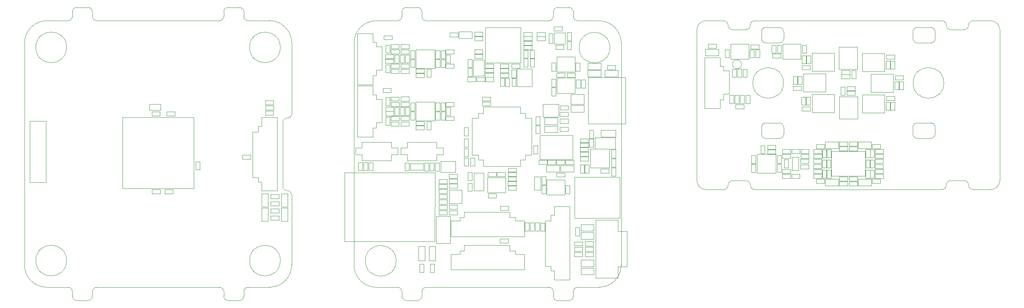
<source format=gbr>
%TF.GenerationSoftware,KiCad,Pcbnew,7.0.2*%
%TF.CreationDate,2023-04-27T15:04:23+02:00*%
%TF.ProjectId,kleinvoet,6b6c6569-6e76-46f6-9574-2e6b69636164,C*%
%TF.SameCoordinates,Original*%
%TF.FileFunction,Other,User*%
%FSLAX46Y46*%
G04 Gerber Fmt 4.6, Leading zero omitted, Abs format (unit mm)*
G04 Created by KiCad (PCBNEW 7.0.2) date 2023-04-27 15:04:23*
%MOMM*%
%LPD*%
G01*
G04 APERTURE LIST*
%ADD10C,0.050000*%
%ADD11C,0.120000*%
%TA.AperFunction,Profile*%
%ADD12C,0.050000*%
%TD*%
G04 APERTURE END LIST*
D10*
%TO.C,C502*%
X105140000Y-43710000D02*
X105140000Y-41890000D01*
X106060000Y-43710000D02*
X105140000Y-43710000D01*
X105140000Y-41890000D02*
X106060000Y-41890000D01*
X106060000Y-41890000D02*
X106060000Y-43710000D01*
%TO.C,C501*%
X105143750Y-39310000D02*
X105143750Y-37490000D01*
X106063750Y-39310000D02*
X105143750Y-39310000D01*
X105143750Y-37490000D02*
X106063750Y-37490000D01*
X106063750Y-37490000D02*
X106063750Y-39310000D01*
%TO.C,C903*%
X153390000Y-65340000D02*
X155210000Y-65340000D01*
X153390000Y-66260000D02*
X153390000Y-65340000D01*
X155210000Y-65340000D02*
X155210000Y-66260000D01*
X155210000Y-66260000D02*
X153390000Y-66260000D01*
%TO.C,C904*%
X150610000Y-59460000D02*
X148790000Y-59460000D01*
X150610000Y-58540000D02*
X150610000Y-59460000D01*
X148790000Y-59460000D02*
X148790000Y-58540000D01*
X148790000Y-58540000D02*
X150610000Y-58540000D01*
%TO.C,R905*%
X151737800Y-85070000D02*
X149877800Y-85070000D01*
X151737800Y-84130000D02*
X151737800Y-85070000D01*
X149877800Y-85070000D02*
X149877800Y-84130000D01*
X149877800Y-84130000D02*
X151737800Y-84130000D01*
%TO.C,D901*%
X151887800Y-87330000D02*
X148927800Y-87330000D01*
X151887800Y-85870000D02*
X151887800Y-87330000D01*
X148927800Y-87330000D02*
X148927800Y-85870000D01*
X148927800Y-85870000D02*
X151887800Y-85870000D01*
%TO.C,D902*%
X151887800Y-89130000D02*
X148927800Y-89130000D01*
X151887800Y-87670000D02*
X151887800Y-89130000D01*
X148927800Y-89130000D02*
X148927800Y-87670000D01*
X148927800Y-87670000D02*
X151887800Y-87670000D01*
%TO.C,R908*%
X147477800Y-84130000D02*
X149337800Y-84130000D01*
X147477800Y-85070000D02*
X147477800Y-84130000D01*
X149337800Y-84130000D02*
X149337800Y-85070000D01*
X149337800Y-85070000D02*
X147477800Y-85070000D01*
D11*
%TO.C,Y101*%
X128012400Y-67300000D02*
X128012400Y-70700000D01*
X128012400Y-67300000D02*
X132012400Y-67300000D01*
X132012400Y-67300000D02*
X132012400Y-70700000D01*
X132012400Y-70700000D02*
X128012400Y-70700000D01*
D10*
%TO.C,SW101*%
X107825000Y-62150000D02*
X106375000Y-62150000D01*
X107825000Y-60650000D02*
X107825000Y-62150000D01*
X106375000Y-63500000D02*
X99775000Y-63500000D01*
X106375000Y-62150000D02*
X106375000Y-63500000D01*
X106375000Y-60650000D02*
X107825000Y-60650000D01*
X106375000Y-59300000D02*
X106375000Y-60650000D01*
X99775000Y-63500000D02*
X99775000Y-62150000D01*
X99775000Y-62150000D02*
X98325000Y-62150000D01*
X99775000Y-60650000D02*
X99775000Y-59300000D01*
X99775000Y-59300000D02*
X106375000Y-59300000D01*
X98325000Y-62150000D02*
X98325000Y-60650000D01*
X98325000Y-60650000D02*
X99775000Y-60650000D01*
%TO.C,R209*%
X146720000Y-51070000D02*
X149680000Y-51070000D01*
X146720000Y-52530000D02*
X146720000Y-51070000D01*
X149680000Y-51070000D02*
X149680000Y-52530000D01*
X149680000Y-52530000D02*
X146720000Y-52530000D01*
%TO.C,CB401*%
X133440000Y-46760000D02*
X133440000Y-44940000D01*
X134360000Y-46760000D02*
X133440000Y-46760000D01*
X133440000Y-44940000D02*
X134360000Y-44940000D01*
X134360000Y-44940000D02*
X134360000Y-46760000D01*
%TO.C,C101*%
X139760000Y-55590000D02*
X139760000Y-57410000D01*
X138840000Y-55590000D02*
X139760000Y-55590000D01*
X139760000Y-57410000D02*
X138840000Y-57410000D01*
X138840000Y-57410000D02*
X138840000Y-55590000D01*
%TO.C,C103*%
X123660000Y-62890000D02*
X123660000Y-64710000D01*
X122740000Y-62890000D02*
X123660000Y-62890000D01*
X123660000Y-64710000D02*
X122740000Y-64710000D01*
X122740000Y-64710000D02*
X122740000Y-62890000D01*
%TO.C,C104*%
X131910000Y-67060000D02*
X130090000Y-67060000D01*
X131910000Y-66140000D02*
X131910000Y-67060000D01*
X130090000Y-67060000D02*
X130090000Y-66140000D01*
X130090000Y-66140000D02*
X131910000Y-66140000D01*
%TO.C,C105*%
X123552400Y-70360000D02*
X123552400Y-68540000D01*
X124472400Y-70360000D02*
X123552400Y-70360000D01*
X123552400Y-68540000D02*
X124472400Y-68540000D01*
X124472400Y-68540000D02*
X124472400Y-70360000D01*
%TO.C,C106*%
X124472400Y-66140000D02*
X124472400Y-67960000D01*
X123552400Y-66140000D02*
X124472400Y-66140000D01*
X124472400Y-67960000D02*
X123552400Y-67960000D01*
X123552400Y-67960000D02*
X123552400Y-66140000D01*
%TO.C,C403*%
X130890000Y-42740000D02*
X132710000Y-42740000D01*
X130890000Y-43660000D02*
X130890000Y-42740000D01*
X132710000Y-42740000D02*
X132710000Y-43660000D01*
X132710000Y-43660000D02*
X130890000Y-43660000D01*
%TO.C,CB102*%
X109440000Y-65810000D02*
X109440000Y-63990000D01*
X110360000Y-65810000D02*
X109440000Y-65810000D01*
X109440000Y-63990000D02*
X110360000Y-63990000D01*
X110360000Y-63990000D02*
X110360000Y-65810000D01*
%TO.C,CB101*%
X139760000Y-53590000D02*
X139760000Y-55410000D01*
X138840000Y-53590000D02*
X139760000Y-53590000D01*
X139760000Y-55410000D02*
X138840000Y-55410000D01*
X138840000Y-55410000D02*
X138840000Y-53590000D01*
%TO.C,CB103*%
X122752400Y-62560000D02*
X122752400Y-60740000D01*
X123672400Y-62560000D02*
X122752400Y-62560000D01*
X122752400Y-60740000D02*
X123672400Y-60740000D01*
X123672400Y-60740000D02*
X123672400Y-62560000D01*
%TO.C,CB104*%
X139260000Y-60140000D02*
X139260000Y-61960000D01*
X138340000Y-60140000D02*
X139260000Y-60140000D01*
X139260000Y-61960000D02*
X138340000Y-61960000D01*
X138340000Y-61960000D02*
X138340000Y-60140000D01*
%TO.C,CB105*%
X126790000Y-50240000D02*
X128610000Y-50240000D01*
X126790000Y-51160000D02*
X126790000Y-50240000D01*
X128610000Y-50240000D02*
X128610000Y-51160000D01*
X128610000Y-51160000D02*
X126790000Y-51160000D01*
%TO.C,CB106*%
X125060000Y-62890000D02*
X125060000Y-64710000D01*
X124140000Y-62890000D02*
X125060000Y-62890000D01*
X125060000Y-64710000D02*
X124140000Y-64710000D01*
X124140000Y-64710000D02*
X124140000Y-62890000D01*
%TO.C,CB107*%
X115960000Y-63990000D02*
X115960000Y-65810000D01*
X115040000Y-63990000D02*
X115960000Y-63990000D01*
X115960000Y-65810000D02*
X115040000Y-65810000D01*
X115040000Y-65810000D02*
X115040000Y-63990000D01*
%TO.C,R208*%
X150520000Y-43170000D02*
X153480000Y-43170000D01*
X150520000Y-44630000D02*
X150520000Y-43170000D01*
X153480000Y-43170000D02*
X153480000Y-44630000D01*
X153480000Y-44630000D02*
X150520000Y-44630000D01*
D11*
%TO.C,Y102*%
X124912400Y-70250000D02*
X127112400Y-70250000D01*
X124912400Y-70250000D02*
X124912400Y-66250000D01*
X124912400Y-66250000D02*
X127112400Y-66250000D01*
X127112400Y-66250000D02*
X127112400Y-70250000D01*
D10*
%TO.C,H201*%
X155450000Y-38050000D02*
G75*
G03*
X155450000Y-38050000I-3450000J0D01*
G01*
%TO.C,R106*%
X129930000Y-67070000D02*
X128070000Y-67070000D01*
X129930000Y-66130000D02*
X129930000Y-67070000D01*
X128070000Y-67070000D02*
X128070000Y-66130000D01*
X128070000Y-66130000D02*
X129930000Y-66130000D01*
%TO.C,R101*%
X123682400Y-58570000D02*
X123682400Y-60430000D01*
X122742400Y-58570000D02*
X123682400Y-58570000D01*
X123682400Y-60430000D02*
X122742400Y-60430000D01*
X122742400Y-60430000D02*
X122742400Y-58570000D01*
%TO.C,H202*%
X107450000Y-86050000D02*
G75*
G03*
X107450000Y-86050000I-3450000J0D01*
G01*
%TO.C,SW102*%
X108525000Y-60650000D02*
X109975000Y-60650000D01*
X108525000Y-62150000D02*
X108525000Y-60650000D01*
X109975000Y-59300000D02*
X116575000Y-59300000D01*
X109975000Y-60650000D02*
X109975000Y-59300000D01*
X109975000Y-62150000D02*
X108525000Y-62150000D01*
X109975000Y-63500000D02*
X109975000Y-62150000D01*
X116575000Y-59300000D02*
X116575000Y-60650000D01*
X116575000Y-60650000D02*
X118025000Y-60650000D01*
X116575000Y-62150000D02*
X116575000Y-63500000D01*
X116575000Y-63500000D02*
X109975000Y-63500000D01*
X118025000Y-60650000D02*
X118025000Y-62150000D01*
X118025000Y-62150000D02*
X116575000Y-62150000D01*
%TO.C,U903*%
X147650000Y-43500000D02*
X147650000Y-40100000D01*
X147650000Y-40100000D02*
X143550000Y-40100000D01*
X143550000Y-43500000D02*
X147650000Y-43500000D01*
X143550000Y-40100000D02*
X143550000Y-43500000D01*
%TO.C,F901*%
X153450000Y-56670000D02*
X156750000Y-56670000D01*
X153450000Y-58130000D02*
X153450000Y-56670000D01*
X156750000Y-56670000D02*
X156750000Y-58130000D01*
X156750000Y-58130000D02*
X153450000Y-58130000D01*
%TO.C,J201*%
X147500000Y-76400000D02*
X157700000Y-76400000D01*
X157700000Y-76400000D02*
X157700000Y-67200000D01*
X147500000Y-67200000D02*
X147500000Y-76400000D01*
X157700000Y-67200000D02*
X147500000Y-67200000D01*
%TO.C,C910*%
X142402500Y-43310000D02*
X142402500Y-41490000D01*
X143322500Y-43310000D02*
X142402500Y-43310000D01*
X142402500Y-41490000D02*
X143322500Y-41490000D01*
X143322500Y-41490000D02*
X143322500Y-43310000D01*
%TO.C,U201*%
X146675000Y-48600000D02*
X146675000Y-50800000D01*
X146675000Y-48600000D02*
X149675000Y-48600000D01*
X149675000Y-50800000D02*
X146675000Y-50800000D01*
X149675000Y-50800000D02*
X149675000Y-48600000D01*
%TO.C,D103*%
X140720000Y-53870000D02*
X143680000Y-53870000D01*
X140720000Y-55330000D02*
X140720000Y-53870000D01*
X143680000Y-53870000D02*
X143680000Y-55330000D01*
X143680000Y-55330000D02*
X140720000Y-55330000D01*
%TO.C,R105*%
X144270000Y-54130000D02*
X146130000Y-54130000D01*
X144270000Y-55070000D02*
X144270000Y-54130000D01*
X146130000Y-54130000D02*
X146130000Y-55070000D01*
X146130000Y-55070000D02*
X144270000Y-55070000D01*
%TO.C,C102*%
X128102400Y-70940000D02*
X129922400Y-70940000D01*
X128102400Y-71860000D02*
X128102400Y-70940000D01*
X129922400Y-70940000D02*
X129922400Y-71860000D01*
X129922400Y-71860000D02*
X128102400Y-71860000D01*
%TO.C,U801*%
X111880000Y-50280000D02*
X111880000Y-54520000D01*
X111880000Y-54520000D02*
X116120000Y-54520000D01*
X116120000Y-50280000D02*
X111880000Y-50280000D01*
X116120000Y-54520000D02*
X116120000Y-50280000D01*
%TO.C,U701*%
X111880000Y-38480000D02*
X111880000Y-42720000D01*
X111880000Y-42720000D02*
X116120000Y-42720000D01*
X116120000Y-38480000D02*
X111880000Y-38480000D01*
X116120000Y-42720000D02*
X116120000Y-38480000D01*
%TO.C,C401*%
X126910000Y-36460000D02*
X125090000Y-36460000D01*
X126910000Y-35540000D02*
X126910000Y-36460000D01*
X125090000Y-36460000D02*
X125090000Y-35540000D01*
X125090000Y-35540000D02*
X126910000Y-35540000D01*
%TO.C,C402*%
X126910000Y-39460000D02*
X125090000Y-39460000D01*
X126910000Y-38540000D02*
X126910000Y-39460000D01*
X125090000Y-39460000D02*
X125090000Y-38540000D01*
X125090000Y-38540000D02*
X126910000Y-38540000D01*
%TO.C,C405*%
X126910000Y-35460000D02*
X125090000Y-35460000D01*
X126910000Y-34540000D02*
X126910000Y-35460000D01*
X125090000Y-35460000D02*
X125090000Y-34540000D01*
X125090000Y-34540000D02*
X126910000Y-34540000D01*
%TO.C,C406*%
X126910000Y-40460000D02*
X125090000Y-40460000D01*
X126910000Y-39540000D02*
X126910000Y-40460000D01*
X125090000Y-40460000D02*
X125090000Y-39540000D01*
X125090000Y-39540000D02*
X126910000Y-39540000D01*
%TO.C,C407*%
X130890000Y-41740000D02*
X132710000Y-41740000D01*
X130890000Y-42660000D02*
X130890000Y-41740000D01*
X132710000Y-41740000D02*
X132710000Y-42660000D01*
X132710000Y-42660000D02*
X130890000Y-42660000D01*
%TO.C,C409*%
X129310000Y-43660000D02*
X127490000Y-43660000D01*
X129310000Y-42740000D02*
X129310000Y-43660000D01*
X127490000Y-43660000D02*
X127490000Y-42740000D01*
X127490000Y-42740000D02*
X129310000Y-42740000D01*
%TO.C,C410*%
X129310000Y-42660000D02*
X127490000Y-42660000D01*
X129310000Y-41740000D02*
X129310000Y-42660000D01*
X127490000Y-42660000D02*
X127490000Y-41740000D01*
X127490000Y-41740000D02*
X129310000Y-41740000D01*
%TO.C,C411*%
X137000000Y-40580000D02*
X137000000Y-42400000D01*
X136080000Y-40580000D02*
X137000000Y-40580000D01*
X137000000Y-42400000D02*
X136080000Y-42400000D01*
X136080000Y-42400000D02*
X136080000Y-40580000D01*
%TO.C,C412*%
X138460000Y-40580000D02*
X138460000Y-42400000D01*
X137540000Y-40580000D02*
X138460000Y-40580000D01*
X138460000Y-42400000D02*
X137540000Y-42400000D01*
X137540000Y-42400000D02*
X137540000Y-40580000D01*
%TO.C,C413*%
X131810000Y-44940000D02*
X131810000Y-46760000D01*
X130890000Y-44940000D02*
X131810000Y-44940000D01*
X131810000Y-46760000D02*
X130890000Y-46760000D01*
X130890000Y-46760000D02*
X130890000Y-44940000D01*
%TO.C,C414*%
X130890000Y-43840000D02*
X132710000Y-43840000D01*
X130890000Y-44760000D02*
X130890000Y-43840000D01*
X132710000Y-43840000D02*
X132710000Y-44760000D01*
X132710000Y-44760000D02*
X130890000Y-44760000D01*
%TO.C,C701*%
X108110000Y-43860000D02*
X106290000Y-43860000D01*
X108110000Y-42940000D02*
X108110000Y-43860000D01*
X106290000Y-43860000D02*
X106290000Y-42940000D01*
X106290000Y-42940000D02*
X108110000Y-42940000D01*
%TO.C,C702*%
X108110000Y-38260000D02*
X106290000Y-38260000D01*
X108110000Y-37340000D02*
X108110000Y-38260000D01*
X106290000Y-38260000D02*
X106290000Y-37340000D01*
X106290000Y-37340000D02*
X108110000Y-37340000D01*
%TO.C,C703*%
X109260000Y-39690000D02*
X109260000Y-41510000D01*
X108340000Y-39690000D02*
X109260000Y-39690000D01*
X109260000Y-41510000D02*
X108340000Y-41510000D01*
X108340000Y-41510000D02*
X108340000Y-39690000D01*
%TO.C,C706*%
X110740000Y-42510000D02*
X110740000Y-40690000D01*
X111660000Y-42510000D02*
X110740000Y-42510000D01*
X110740000Y-40690000D02*
X111660000Y-40690000D01*
X111660000Y-40690000D02*
X111660000Y-42510000D01*
%TO.C,C707*%
X111660000Y-38690000D02*
X111660000Y-40510000D01*
X110740000Y-38690000D02*
X111660000Y-38690000D01*
X111660000Y-40510000D02*
X110740000Y-40510000D01*
X110740000Y-40510000D02*
X110740000Y-38690000D01*
%TO.C,C708*%
X111890000Y-42840000D02*
X113710000Y-42840000D01*
X111890000Y-43760000D02*
X111890000Y-42840000D01*
X113710000Y-42840000D02*
X113710000Y-43760000D01*
X113710000Y-43760000D02*
X111890000Y-43760000D01*
%TO.C,C709*%
X120430000Y-42660000D02*
X118610000Y-42660000D01*
X120430000Y-41740000D02*
X120430000Y-42660000D01*
X118610000Y-42660000D02*
X118610000Y-41740000D01*
X118610000Y-41740000D02*
X120430000Y-41740000D01*
%TO.C,C710*%
X118660000Y-41510000D02*
X118660000Y-39690000D01*
X119580000Y-41510000D02*
X118660000Y-41510000D01*
X118660000Y-39690000D02*
X119580000Y-39690000D01*
X119580000Y-39690000D02*
X119580000Y-41510000D01*
%TO.C,C711*%
X118610000Y-38540000D02*
X120430000Y-38540000D01*
X118610000Y-39460000D02*
X118610000Y-38540000D01*
X120430000Y-38540000D02*
X120430000Y-39460000D01*
X120430000Y-39460000D02*
X118610000Y-39460000D01*
%TO.C,C801*%
X108110000Y-55660000D02*
X106290000Y-55660000D01*
X108110000Y-54740000D02*
X108110000Y-55660000D01*
X106290000Y-55660000D02*
X106290000Y-54740000D01*
X106290000Y-54740000D02*
X108110000Y-54740000D01*
%TO.C,C802*%
X108110000Y-50060000D02*
X106290000Y-50060000D01*
X108110000Y-49140000D02*
X108110000Y-50060000D01*
X106290000Y-50060000D02*
X106290000Y-49140000D01*
X106290000Y-49140000D02*
X108110000Y-49140000D01*
%TO.C,C803*%
X109260000Y-51490000D02*
X109260000Y-53310000D01*
X108340000Y-51490000D02*
X109260000Y-51490000D01*
X109260000Y-53310000D02*
X108340000Y-53310000D01*
X108340000Y-53310000D02*
X108340000Y-51490000D01*
%TO.C,C806*%
X110740000Y-54310000D02*
X110740000Y-52490000D01*
X111660000Y-54310000D02*
X110740000Y-54310000D01*
X110740000Y-52490000D02*
X111660000Y-52490000D01*
X111660000Y-52490000D02*
X111660000Y-54310000D01*
%TO.C,C807*%
X111660000Y-50490000D02*
X111660000Y-52310000D01*
X110740000Y-50490000D02*
X111660000Y-50490000D01*
X111660000Y-52310000D02*
X110740000Y-52310000D01*
X110740000Y-52310000D02*
X110740000Y-50490000D01*
%TO.C,C808*%
X111890000Y-54640000D02*
X113710000Y-54640000D01*
X111890000Y-55560000D02*
X111890000Y-54640000D01*
X113710000Y-54640000D02*
X113710000Y-55560000D01*
X113710000Y-55560000D02*
X111890000Y-55560000D01*
%TO.C,C809*%
X120430000Y-54460000D02*
X118610000Y-54460000D01*
X120430000Y-53540000D02*
X120430000Y-54460000D01*
X118610000Y-54460000D02*
X118610000Y-53540000D01*
X118610000Y-53540000D02*
X120430000Y-53540000D01*
%TO.C,C810*%
X118660000Y-53310000D02*
X118660000Y-51490000D01*
X119580000Y-53310000D02*
X118660000Y-53310000D01*
X118660000Y-51490000D02*
X119580000Y-51490000D01*
X119580000Y-51490000D02*
X119580000Y-53310000D01*
%TO.C,C811*%
X118610000Y-50340000D02*
X120430000Y-50340000D01*
X118610000Y-51260000D02*
X118610000Y-50340000D01*
X120430000Y-50340000D02*
X120430000Y-51260000D01*
X120430000Y-51260000D02*
X118610000Y-51260000D01*
%TO.C,D101*%
X116330000Y-82750000D02*
X116330000Y-86050000D01*
X114870000Y-82750000D02*
X116330000Y-82750000D01*
X116330000Y-86050000D02*
X114870000Y-86050000D01*
X114870000Y-86050000D02*
X114870000Y-82750000D01*
%TO.C,D102*%
X113930000Y-82750000D02*
X113930000Y-86050000D01*
X112470000Y-82750000D02*
X113930000Y-82750000D01*
X113930000Y-86050000D02*
X112470000Y-86050000D01*
X112470000Y-86050000D02*
X112470000Y-82750000D01*
%TO.C,D104*%
X140720000Y-55670000D02*
X143680000Y-55670000D01*
X140720000Y-57130000D02*
X140720000Y-55670000D01*
X143680000Y-55670000D02*
X143680000Y-57130000D01*
X143680000Y-57130000D02*
X140720000Y-57130000D01*
%TO.C,R102*%
X115130000Y-88645000D02*
X115130000Y-86785000D01*
X116070000Y-88645000D02*
X115130000Y-88645000D01*
X115130000Y-86785000D02*
X116070000Y-86785000D01*
X116070000Y-86785000D02*
X116070000Y-88645000D01*
%TO.C,R103*%
X112730000Y-88645000D02*
X112730000Y-86785000D01*
X113670000Y-88645000D02*
X112730000Y-88645000D01*
X112730000Y-86785000D02*
X113670000Y-86785000D01*
X113670000Y-86785000D02*
X113670000Y-88645000D01*
%TO.C,R107*%
X144270000Y-55930000D02*
X146130000Y-55930000D01*
X144270000Y-56870000D02*
X144270000Y-55930000D01*
X146130000Y-55930000D02*
X146130000Y-56870000D01*
X146130000Y-56870000D02*
X144270000Y-56870000D01*
%TO.C,R404*%
X134370000Y-42970000D02*
X134370000Y-44830000D01*
X133430000Y-42970000D02*
X134370000Y-42970000D01*
X134370000Y-44830000D02*
X133430000Y-44830000D01*
X133430000Y-44830000D02*
X133430000Y-42970000D01*
%TO.C,R407*%
X139070000Y-35580000D02*
X140930000Y-35580000D01*
X139070000Y-36520000D02*
X139070000Y-35580000D01*
X140930000Y-35580000D02*
X140930000Y-36520000D01*
X140930000Y-36520000D02*
X139070000Y-36520000D01*
%TO.C,R408*%
X139070000Y-34580000D02*
X140930000Y-34580000D01*
X139070000Y-35520000D02*
X139070000Y-34580000D01*
X140930000Y-34580000D02*
X140930000Y-35520000D01*
X140930000Y-35520000D02*
X139070000Y-35520000D01*
%TO.C,R414*%
X131930000Y-46780000D02*
X131930000Y-44920000D01*
X132870000Y-46780000D02*
X131930000Y-46780000D01*
X131930000Y-44920000D02*
X132870000Y-44920000D01*
X132870000Y-44920000D02*
X132870000Y-46780000D01*
%TO.C,R701*%
X108130000Y-42670000D02*
X106270000Y-42670000D01*
X108130000Y-41730000D02*
X108130000Y-42670000D01*
X106270000Y-42670000D02*
X106270000Y-41730000D01*
X106270000Y-41730000D02*
X108130000Y-41730000D01*
%TO.C,R702*%
X108130000Y-39470000D02*
X106270000Y-39470000D01*
X108130000Y-38530000D02*
X108130000Y-39470000D01*
X106270000Y-39470000D02*
X106270000Y-38530000D01*
X106270000Y-38530000D02*
X108130000Y-38530000D01*
%TO.C,R703*%
X110330000Y-42670000D02*
X108470000Y-42670000D01*
X110330000Y-41730000D02*
X110330000Y-42670000D01*
X108470000Y-42670000D02*
X108470000Y-41730000D01*
X108470000Y-41730000D02*
X110330000Y-41730000D01*
%TO.C,R704*%
X110330000Y-39470000D02*
X108470000Y-39470000D01*
X110330000Y-38530000D02*
X110330000Y-39470000D01*
X108470000Y-39470000D02*
X108470000Y-38530000D01*
X108470000Y-38530000D02*
X110330000Y-38530000D01*
%TO.C,R705*%
X110330000Y-43870000D02*
X108470000Y-43870000D01*
X110330000Y-42930000D02*
X110330000Y-43870000D01*
X108470000Y-43870000D02*
X108470000Y-42930000D01*
X108470000Y-42930000D02*
X110330000Y-42930000D01*
%TO.C,R706*%
X110330000Y-38270000D02*
X108470000Y-38270000D01*
X110330000Y-37330000D02*
X110330000Y-38270000D01*
X108470000Y-38270000D02*
X108470000Y-37330000D01*
X108470000Y-37330000D02*
X110330000Y-37330000D01*
%TO.C,R709*%
X118470000Y-40670000D02*
X118470000Y-42530000D01*
X117530000Y-40670000D02*
X118470000Y-40670000D01*
X118470000Y-42530000D02*
X117530000Y-42530000D01*
X117530000Y-42530000D02*
X117530000Y-40670000D01*
%TO.C,R710*%
X117530000Y-40530000D02*
X117530000Y-38670000D01*
X118470000Y-40530000D02*
X117530000Y-40530000D01*
X117530000Y-38670000D02*
X118470000Y-38670000D01*
X118470000Y-38670000D02*
X118470000Y-40530000D01*
%TO.C,R801*%
X108130000Y-54470000D02*
X106270000Y-54470000D01*
X108130000Y-53530000D02*
X108130000Y-54470000D01*
X106270000Y-54470000D02*
X106270000Y-53530000D01*
X106270000Y-53530000D02*
X108130000Y-53530000D01*
%TO.C,R802*%
X108130000Y-51270000D02*
X106270000Y-51270000D01*
X108130000Y-50330000D02*
X108130000Y-51270000D01*
X106270000Y-51270000D02*
X106270000Y-50330000D01*
X106270000Y-50330000D02*
X108130000Y-50330000D01*
%TO.C,R803*%
X110330000Y-54470000D02*
X108470000Y-54470000D01*
X110330000Y-53530000D02*
X110330000Y-54470000D01*
X108470000Y-54470000D02*
X108470000Y-53530000D01*
X108470000Y-53530000D02*
X110330000Y-53530000D01*
%TO.C,R804*%
X110330000Y-51270000D02*
X108470000Y-51270000D01*
X110330000Y-50330000D02*
X110330000Y-51270000D01*
X108470000Y-51270000D02*
X108470000Y-50330000D01*
X108470000Y-50330000D02*
X110330000Y-50330000D01*
%TO.C,R805*%
X110330000Y-55670000D02*
X108470000Y-55670000D01*
X110330000Y-54730000D02*
X110330000Y-55670000D01*
X108470000Y-55670000D02*
X108470000Y-54730000D01*
X108470000Y-54730000D02*
X110330000Y-54730000D01*
%TO.C,R806*%
X110330000Y-50070000D02*
X108470000Y-50070000D01*
X110330000Y-49130000D02*
X110330000Y-50070000D01*
X108470000Y-50070000D02*
X108470000Y-49130000D01*
X108470000Y-49130000D02*
X110330000Y-49130000D01*
%TO.C,R809*%
X118470000Y-52470000D02*
X118470000Y-54330000D01*
X117530000Y-52470000D02*
X118470000Y-52470000D01*
X118470000Y-54330000D02*
X117530000Y-54330000D01*
X117530000Y-54330000D02*
X117530000Y-52470000D01*
%TO.C,R810*%
X117530000Y-52330000D02*
X117530000Y-50470000D01*
X118470000Y-52330000D02*
X117530000Y-52330000D01*
X117530000Y-50470000D02*
X118470000Y-50470000D01*
X118470000Y-50470000D02*
X118470000Y-52330000D01*
D11*
%TO.C,X401*%
X137950000Y-42850000D02*
X137950000Y-46850000D01*
X134550000Y-42850000D02*
X137950000Y-42850000D01*
X137950000Y-46850000D02*
X134550000Y-46850000D01*
X134550000Y-46850000D02*
X134550000Y-42850000D01*
D10*
%TO.C,C408*%
X137010000Y-38590000D02*
X137010000Y-40410000D01*
X136090000Y-38590000D02*
X137010000Y-38590000D01*
X137010000Y-40410000D02*
X136090000Y-40410000D01*
X136090000Y-40410000D02*
X136090000Y-38590000D01*
%TO.C,U101*%
X127050000Y-64742200D02*
X131200000Y-64742200D01*
X135350000Y-64742200D02*
X131200000Y-64742200D01*
X125950000Y-63292200D02*
X127050000Y-63292200D01*
X127050000Y-63292200D02*
X127050000Y-64742200D01*
X135350000Y-63292200D02*
X135350000Y-64742200D01*
X136450000Y-63292200D02*
X135350000Y-63292200D01*
X124500000Y-62192200D02*
X125950000Y-62192200D01*
X125950000Y-62192200D02*
X125950000Y-63292200D01*
X136450000Y-62192200D02*
X136450000Y-63292200D01*
X137900000Y-62192200D02*
X136450000Y-62192200D01*
X124500000Y-58042200D02*
X124500000Y-62192200D01*
X124500000Y-58042200D02*
X124500000Y-53892200D01*
X137900000Y-58042200D02*
X137900000Y-62192200D01*
X137900000Y-58042200D02*
X137900000Y-53892200D01*
X124500000Y-53892200D02*
X125950000Y-53892200D01*
X125950000Y-53892200D02*
X125950000Y-52792200D01*
X136450000Y-53892200D02*
X136450000Y-52792200D01*
X137900000Y-53892200D02*
X136450000Y-53892200D01*
X125950000Y-52792200D02*
X127050000Y-52792200D01*
X127050000Y-52792200D02*
X127050000Y-51342200D01*
X135350000Y-52792200D02*
X135350000Y-51342200D01*
X136450000Y-52792200D02*
X135350000Y-52792200D01*
X127050000Y-51342200D02*
X131200000Y-51342200D01*
X135350000Y-51342200D02*
X131200000Y-51342200D01*
%TO.C,R205*%
X117070000Y-69930000D02*
X118930000Y-69930000D01*
X117070000Y-70870000D02*
X117070000Y-69930000D01*
X118930000Y-69930000D02*
X118930000Y-70870000D01*
X118930000Y-70870000D02*
X117070000Y-70870000D01*
D11*
%TO.C,U401*%
X127465000Y-41500000D02*
X135465000Y-41500000D01*
X135465000Y-41500000D02*
X135465000Y-33500000D01*
X127465000Y-33500000D02*
X127465000Y-41500000D01*
X135465000Y-33500000D02*
X127465000Y-33500000D01*
D10*
%TO.C,J206*%
X150600000Y-55150000D02*
X159000000Y-55150000D01*
X159000000Y-55150000D02*
X159000000Y-44750000D01*
X150600000Y-44750000D02*
X150600000Y-55150000D01*
X159000000Y-44750000D02*
X150600000Y-44750000D01*
%TO.C,J303*%
X25200000Y-54625000D02*
X25200000Y-68375000D01*
X25200000Y-68375000D02*
X28800000Y-68375000D01*
X28800000Y-54625000D02*
X25200000Y-54625000D01*
X28800000Y-68375000D02*
X28800000Y-54625000D01*
%TO.C,H301*%
X81450000Y-38000000D02*
G75*
G03*
X81450000Y-38000000I-3450000J0D01*
G01*
%TO.C,H303*%
X81450000Y-86000000D02*
G75*
G03*
X81450000Y-86000000I-3450000J0D01*
G01*
%TO.C,H304*%
X33450000Y-86000000D02*
G75*
G03*
X33450000Y-86000000I-3450000J0D01*
G01*
%TO.C,H302*%
X33450000Y-38000000D02*
G75*
G03*
X33450000Y-38000000I-3450000J0D01*
G01*
%TO.C,D304*%
X83130000Y-70932500D02*
X83130000Y-73892500D01*
X81670000Y-70932500D02*
X83130000Y-70932500D01*
X83130000Y-73892500D02*
X81670000Y-73892500D01*
X81670000Y-73892500D02*
X81670000Y-70932500D01*
%TO.C,C305*%
X54430000Y-53410000D02*
X52610000Y-53410000D01*
X54430000Y-52490000D02*
X54430000Y-53410000D01*
X52610000Y-53410000D02*
X52610000Y-52490000D01*
X52610000Y-52490000D02*
X54430000Y-52490000D01*
%TO.C,R305*%
X81130000Y-72070000D02*
X79270000Y-72070000D01*
X81130000Y-71130000D02*
X81130000Y-72070000D01*
X79270000Y-72070000D02*
X79270000Y-71130000D01*
X79270000Y-71130000D02*
X81130000Y-71130000D01*
%TO.C,C303*%
X55940000Y-52490000D02*
X57760000Y-52490000D01*
X55940000Y-53410000D02*
X55940000Y-52490000D01*
X57760000Y-52490000D02*
X57760000Y-53410000D01*
X57760000Y-53410000D02*
X55940000Y-53410000D01*
%TO.C,D305*%
X78730000Y-70920000D02*
X78730000Y-73880000D01*
X77270000Y-70920000D02*
X78730000Y-70920000D01*
X78730000Y-73880000D02*
X77270000Y-73880000D01*
X77270000Y-73880000D02*
X77270000Y-70920000D01*
%TO.C,C304*%
X63360000Y-63715000D02*
X63360000Y-65535000D01*
X62440000Y-63715000D02*
X63360000Y-63715000D01*
X63360000Y-65535000D02*
X62440000Y-65535000D01*
X62440000Y-65535000D02*
X62440000Y-63715000D01*
%TO.C,R304*%
X79270000Y-72730000D02*
X81130000Y-72730000D01*
X79270000Y-73670000D02*
X79270000Y-72730000D01*
X81130000Y-72730000D02*
X81130000Y-73670000D01*
X81130000Y-73670000D02*
X79270000Y-73670000D01*
%TO.C,J601*%
X102250000Y-46650000D02*
X102250000Y-48650000D01*
X98750000Y-46650000D02*
X102250000Y-46650000D01*
X103000000Y-48650000D02*
X102250000Y-48650000D01*
X104250000Y-49650000D02*
X103000000Y-49650000D01*
X104250000Y-49650000D02*
X104250000Y-54900000D01*
X103000000Y-49650000D02*
X103000000Y-48650000D01*
X103000000Y-54900000D02*
X104250000Y-54900000D01*
X103000000Y-56150000D02*
X103000000Y-54900000D01*
X102250000Y-56150000D02*
X103000000Y-56150000D01*
X102250000Y-58150000D02*
X102250000Y-56150000D01*
X98750000Y-58150000D02*
X98750000Y-46650000D01*
X98750000Y-58150000D02*
X102250000Y-58150000D01*
%TO.C,C804*%
X110460000Y-51490000D02*
X110460000Y-53310000D01*
X109540000Y-51490000D02*
X110460000Y-51490000D01*
X110460000Y-53310000D02*
X109540000Y-53310000D01*
X109540000Y-53310000D02*
X109540000Y-51490000D01*
%TO.C,CB1403*%
X199510000Y-39840000D02*
X199510000Y-41660000D01*
X198590000Y-39840000D02*
X199510000Y-39840000D01*
X199510000Y-41660000D02*
X198590000Y-41660000D01*
X198590000Y-41660000D02*
X198590000Y-39840000D01*
%TO.C,R1402*%
X121230000Y-67470000D02*
X119370000Y-67470000D01*
X121230000Y-66530000D02*
X121230000Y-67470000D01*
X119370000Y-67470000D02*
X119370000Y-66530000D01*
X119370000Y-66530000D02*
X121230000Y-66530000D01*
%TO.C,R1628*%
X208810000Y-68070000D02*
X206950000Y-68070000D01*
X208810000Y-67130000D02*
X208810000Y-68070000D01*
X206950000Y-68070000D02*
X206950000Y-67130000D01*
X206950000Y-67130000D02*
X208810000Y-67130000D01*
%TO.C,R1607*%
X188170000Y-62270000D02*
X188170000Y-64130000D01*
X187230000Y-62270000D02*
X188170000Y-62270000D01*
X188170000Y-64130000D02*
X187230000Y-64130000D01*
X187230000Y-64130000D02*
X187230000Y-62270000D01*
%TO.C,R1605*%
X194170000Y-60930000D02*
X196030000Y-60930000D01*
X194170000Y-61870000D02*
X194170000Y-60930000D01*
X196030000Y-60930000D02*
X196030000Y-61870000D01*
X196030000Y-61870000D02*
X194170000Y-61870000D01*
%TO.C,R1514*%
X213870000Y-65570000D02*
X213870000Y-67430000D01*
X212930000Y-65570000D02*
X213870000Y-65570000D01*
X213870000Y-67430000D02*
X212930000Y-67430000D01*
X212930000Y-67430000D02*
X212930000Y-65570000D01*
%TO.C,R409*%
X137930000Y-37520000D02*
X136070000Y-37520000D01*
X137930000Y-36580000D02*
X137930000Y-37520000D01*
X136070000Y-37520000D02*
X136070000Y-36580000D01*
X136070000Y-36580000D02*
X137930000Y-36580000D01*
%TO.C,CB1404*%
X219440000Y-47510000D02*
X219440000Y-45690000D01*
X220360000Y-47510000D02*
X219440000Y-47510000D01*
X219440000Y-45690000D02*
X220360000Y-45690000D01*
X220360000Y-45690000D02*
X220360000Y-47510000D01*
%TO.C,R206*%
X110620000Y-64170000D02*
X113580000Y-64170000D01*
X110620000Y-65630000D02*
X110620000Y-64170000D01*
X113580000Y-64170000D02*
X113580000Y-65630000D01*
X113580000Y-65630000D02*
X110620000Y-65630000D01*
%TO.C,R303*%
X81130000Y-76870000D02*
X79270000Y-76870000D01*
X81130000Y-75930000D02*
X81130000Y-76870000D01*
X79270000Y-76870000D02*
X79270000Y-75930000D01*
X79270000Y-75930000D02*
X81130000Y-75930000D01*
%TO.C,FB102*%
X137530000Y-79330000D02*
X137530000Y-77470000D01*
X138470000Y-79330000D02*
X137530000Y-79330000D01*
X137530000Y-77470000D02*
X138470000Y-77470000D01*
X138470000Y-77470000D02*
X138470000Y-79330000D01*
%TO.C,C1505*%
X220440000Y-47510000D02*
X220440000Y-45690000D01*
X221360000Y-47510000D02*
X220440000Y-47510000D01*
X220440000Y-45690000D02*
X221360000Y-45690000D01*
X221360000Y-45690000D02*
X221360000Y-47510000D01*
%TO.C,CB903*%
X149310000Y-83860000D02*
X147490000Y-83860000D01*
X149310000Y-82940000D02*
X149310000Y-83860000D01*
X147490000Y-83860000D02*
X147490000Y-82940000D01*
X147490000Y-82940000D02*
X149310000Y-82940000D01*
%TO.C,R201*%
X117070000Y-74730000D02*
X118930000Y-74730000D01*
X117070000Y-75670000D02*
X117070000Y-74730000D01*
X118930000Y-74730000D02*
X118930000Y-75670000D01*
X118930000Y-75670000D02*
X117070000Y-75670000D01*
%TO.C,CB1607*%
X201190000Y-64340000D02*
X203010000Y-64340000D01*
X201190000Y-65260000D02*
X201190000Y-64340000D01*
X203010000Y-64340000D02*
X203010000Y-65260000D01*
X203010000Y-65260000D02*
X201190000Y-65260000D01*
%TO.C,C306*%
X140860000Y-77510000D02*
X140860000Y-79330000D01*
X139940000Y-77510000D02*
X140860000Y-77510000D01*
X140860000Y-79330000D02*
X139940000Y-79330000D01*
X139940000Y-79330000D02*
X139940000Y-77510000D01*
%TO.C,CB907*%
X143490000Y-66240000D02*
X145310000Y-66240000D01*
X143490000Y-67160000D02*
X143490000Y-66240000D01*
X145310000Y-66240000D02*
X145310000Y-67160000D01*
X145310000Y-67160000D02*
X143490000Y-67160000D01*
%TO.C,U1401*%
X119390000Y-70060000D02*
X122210000Y-70060000D01*
X119390000Y-73140000D02*
X119390000Y-70060000D01*
X122210000Y-70060000D02*
X122210000Y-73140000D01*
X122210000Y-73140000D02*
X119390000Y-73140000D01*
%TO.C,C1608*%
X214200000Y-69180000D02*
X211200000Y-69180000D01*
X214200000Y-67620000D02*
X214200000Y-69180000D01*
X211200000Y-69180000D02*
X211200000Y-67620000D01*
X211200000Y-67620000D02*
X214200000Y-67620000D01*
%TO.C,R207*%
X122730000Y-57930000D02*
X122730000Y-56070000D01*
X123670000Y-57930000D02*
X122730000Y-57930000D01*
X122730000Y-56070000D02*
X123670000Y-56070000D01*
X123670000Y-56070000D02*
X123670000Y-57930000D01*
%TO.C,R204*%
X117070000Y-71130000D02*
X118930000Y-71130000D01*
X117070000Y-72070000D02*
X117070000Y-71130000D01*
X118930000Y-71130000D02*
X118930000Y-72070000D01*
X118930000Y-72070000D02*
X117070000Y-72070000D01*
%TO.C,C1606*%
X198110000Y-61860000D02*
X196290000Y-61860000D01*
X198110000Y-60940000D02*
X198110000Y-61860000D01*
X196290000Y-61860000D02*
X196290000Y-60940000D01*
X196290000Y-60940000D02*
X198110000Y-60940000D01*
%TO.C,CB1408*%
X207490000Y-43140000D02*
X209310000Y-43140000D01*
X207490000Y-44060000D02*
X207490000Y-43140000D01*
X209310000Y-43140000D02*
X209310000Y-44060000D01*
X209310000Y-44060000D02*
X207490000Y-44060000D01*
%TO.C,CB1401*%
X200460000Y-49140000D02*
X200460000Y-50960000D01*
X199540000Y-49140000D02*
X200460000Y-49140000D01*
X200460000Y-50960000D02*
X199540000Y-50960000D01*
X199540000Y-50960000D02*
X199540000Y-49140000D01*
%TO.C,R1618*%
X214970000Y-66530000D02*
X216830000Y-66530000D01*
X214970000Y-67470000D02*
X214970000Y-66530000D01*
X216830000Y-66530000D02*
X216830000Y-67470000D01*
X216830000Y-67470000D02*
X214970000Y-67470000D01*
%TO.C,C1602*%
X195570000Y-63270000D02*
X195570000Y-65130000D01*
X194630000Y-63270000D02*
X195570000Y-63270000D01*
X195570000Y-65130000D02*
X194630000Y-65130000D01*
X194630000Y-65130000D02*
X194630000Y-63270000D01*
%TO.C,CB904*%
X149310000Y-82660000D02*
X147490000Y-82660000D01*
X149310000Y-81740000D02*
X149310000Y-82660000D01*
X147490000Y-82660000D02*
X147490000Y-81740000D01*
X147490000Y-81740000D02*
X149310000Y-81740000D01*
%TO.C,J203*%
X116450000Y-76050000D02*
X116450000Y-82150000D01*
X116450000Y-82150000D02*
X119550000Y-82150000D01*
X119550000Y-76050000D02*
X116450000Y-76050000D01*
X119550000Y-82150000D02*
X119550000Y-76050000D01*
%TO.C,C909*%
X140140000Y-70910000D02*
X140140000Y-69090000D01*
X141060000Y-70910000D02*
X140140000Y-70910000D01*
X140140000Y-69090000D02*
X141060000Y-69090000D01*
X141060000Y-69090000D02*
X141060000Y-70910000D01*
%TO.C,C404*%
X125540000Y-44740000D02*
X127360000Y-44740000D01*
X125540000Y-45660000D02*
X125540000Y-44740000D01*
X127360000Y-44740000D02*
X127360000Y-45660000D01*
X127360000Y-45660000D02*
X125540000Y-45660000D01*
%TO.C,R402*%
X123530000Y-44530000D02*
X123530000Y-42670000D01*
X124470000Y-44530000D02*
X123530000Y-44530000D01*
X123530000Y-42670000D02*
X124470000Y-42670000D01*
X124470000Y-42670000D02*
X124470000Y-44530000D01*
%TO.C,D301*%
X54550000Y-52150000D02*
X52050000Y-52150000D01*
X54550000Y-50750000D02*
X54550000Y-52150000D01*
X52050000Y-52150000D02*
X52050000Y-50750000D01*
X52050000Y-50750000D02*
X54550000Y-50750000D01*
%TO.C,C202*%
X98940000Y-65710000D02*
X98940000Y-63890000D01*
X99860000Y-65710000D02*
X98940000Y-65710000D01*
X98940000Y-63890000D02*
X99860000Y-63890000D01*
X99860000Y-63890000D02*
X99860000Y-65710000D01*
%TO.C,C1503*%
X218490000Y-42860000D02*
X218490000Y-41040000D01*
X219410000Y-42860000D02*
X218490000Y-42860000D01*
X218490000Y-41040000D02*
X219410000Y-41040000D01*
X219410000Y-41040000D02*
X219410000Y-42860000D01*
%TO.C,CB1201*%
X146760000Y-36640000D02*
X146760000Y-38460000D01*
X145840000Y-36640000D02*
X146760000Y-36640000D01*
X146760000Y-38460000D02*
X145840000Y-38460000D01*
X145840000Y-38460000D02*
X145840000Y-36640000D01*
%TO.C,CB201*%
X118910000Y-68660000D02*
X117090000Y-68660000D01*
X118910000Y-67740000D02*
X118910000Y-68660000D01*
X117090000Y-68660000D02*
X117090000Y-67740000D01*
X117090000Y-67740000D02*
X118910000Y-67740000D01*
%TO.C,R916*%
X144180000Y-66030000D02*
X141220000Y-66030000D01*
X144180000Y-64570000D02*
X144180000Y-66030000D01*
X141220000Y-66030000D02*
X141220000Y-64570000D01*
X141220000Y-64570000D02*
X144180000Y-64570000D01*
%TO.C,R912*%
X155830000Y-62930000D02*
X155830000Y-61070000D01*
X156770000Y-62930000D02*
X155830000Y-62930000D01*
X155830000Y-61070000D02*
X156770000Y-61070000D01*
X156770000Y-61070000D02*
X156770000Y-62930000D01*
%TO.C,R906*%
X150630000Y-63570000D02*
X148770000Y-63570000D01*
X150630000Y-62630000D02*
X150630000Y-63570000D01*
X148770000Y-63570000D02*
X148770000Y-62630000D01*
X148770000Y-62630000D02*
X150630000Y-62630000D01*
%TO.C,R1609*%
X210670000Y-43170000D02*
X210670000Y-45030000D01*
X209730000Y-43170000D02*
X210670000Y-43170000D01*
X210670000Y-45030000D02*
X209730000Y-45030000D01*
X209730000Y-45030000D02*
X209730000Y-43170000D01*
%TO.C,R202*%
X117070000Y-73530000D02*
X118930000Y-73530000D01*
X117070000Y-74470000D02*
X117070000Y-73530000D01*
X118930000Y-73530000D02*
X118930000Y-74470000D01*
X118930000Y-74470000D02*
X117070000Y-74470000D01*
%TO.C,CB1202*%
X145110000Y-38410000D02*
X143290000Y-38410000D01*
X145110000Y-37490000D02*
X145110000Y-38410000D01*
X143290000Y-38410000D02*
X143290000Y-37490000D01*
X143290000Y-37490000D02*
X145110000Y-37490000D01*
%TO.C,C415*%
X127490000Y-43740000D02*
X129310000Y-43740000D01*
X127490000Y-44660000D02*
X127490000Y-43740000D01*
X129310000Y-43740000D02*
X129310000Y-44660000D01*
X129310000Y-44660000D02*
X127490000Y-44660000D01*
%TO.C,R1635*%
X201770000Y-59830000D02*
X203630000Y-59830000D01*
X201770000Y-60770000D02*
X201770000Y-59830000D01*
X203630000Y-59830000D02*
X203630000Y-60770000D01*
X203630000Y-60770000D02*
X201770000Y-60770000D01*
%TO.C,CB1406*%
X217490000Y-52160000D02*
X217490000Y-50340000D01*
X218410000Y-52160000D02*
X217490000Y-52160000D01*
X217490000Y-50340000D02*
X218410000Y-50340000D01*
X218410000Y-50340000D02*
X218410000Y-52160000D01*
D11*
%TO.C,MK1404*%
X206900000Y-42900000D02*
X206900000Y-37900000D01*
X211000000Y-42900000D02*
X206900000Y-42900000D01*
X206900000Y-37900000D02*
X211000000Y-37900000D01*
X211000000Y-37900000D02*
X211000000Y-42900000D01*
D10*
%TO.C,R921*%
X145870000Y-43730000D02*
X147730000Y-43730000D01*
X145870000Y-44670000D02*
X145870000Y-43730000D01*
X147730000Y-43730000D02*
X147730000Y-44670000D01*
X147730000Y-44670000D02*
X145870000Y-44670000D01*
%TO.C,FB101*%
X136330000Y-79330000D02*
X136330000Y-77470000D01*
X137270000Y-79330000D02*
X136330000Y-79330000D01*
X136330000Y-77470000D02*
X137270000Y-77470000D01*
X137270000Y-77470000D02*
X137270000Y-79330000D01*
%TO.C,U301*%
X62000000Y-53765000D02*
X46000000Y-53765000D01*
X46000000Y-53765000D02*
X46000000Y-69765000D01*
X62000000Y-69765000D02*
X62000000Y-53765000D01*
X46000000Y-69765000D02*
X62000000Y-69765000D01*
%TO.C,U402*%
X127250000Y-40800000D02*
X124750000Y-40800000D01*
X127250000Y-40800000D02*
X127250000Y-44400000D01*
X124750000Y-40800000D02*
X124750000Y-44400000D01*
X124750000Y-44400000D02*
X127250000Y-44400000D01*
%TO.C,CB1405*%
X198560000Y-44490000D02*
X198560000Y-46310000D01*
X197640000Y-44490000D02*
X198560000Y-44490000D01*
X198560000Y-46310000D02*
X197640000Y-46310000D01*
X197640000Y-46310000D02*
X197640000Y-44490000D01*
%TO.C,D105*%
X140450000Y-50750000D02*
X140450000Y-53650000D01*
X140450000Y-53650000D02*
X143950000Y-53650000D01*
X143950000Y-50750000D02*
X140450000Y-50750000D01*
X143950000Y-53650000D02*
X143950000Y-50750000D01*
%TO.C,R1622*%
X209170000Y-60330000D02*
X211030000Y-60330000D01*
X209170000Y-61270000D02*
X209170000Y-60330000D01*
X211030000Y-60330000D02*
X211030000Y-61270000D01*
X211030000Y-61270000D02*
X209170000Y-61270000D01*
%TO.C,C704*%
X110460000Y-39690000D02*
X110460000Y-41510000D01*
X109540000Y-39690000D02*
X110460000Y-39690000D01*
X110460000Y-41510000D02*
X109540000Y-41510000D01*
X109540000Y-41510000D02*
X109540000Y-39690000D01*
%TO.C,CB1409*%
X119390000Y-73515000D02*
X121210000Y-73515000D01*
X119390000Y-74435000D02*
X119390000Y-73515000D01*
X121210000Y-73515000D02*
X121210000Y-74435000D01*
X121210000Y-74435000D02*
X119390000Y-74435000D01*
%TO.C,CB1602*%
X189320000Y-61910000D02*
X189320000Y-60090000D01*
X190240000Y-61910000D02*
X189320000Y-61910000D01*
X189320000Y-60090000D02*
X190240000Y-60090000D01*
X190240000Y-60090000D02*
X190240000Y-61910000D01*
%TO.C,CB1301*%
X139490000Y-63440000D02*
X141310000Y-63440000D01*
X139490000Y-64360000D02*
X139490000Y-63440000D01*
X141310000Y-63440000D02*
X141310000Y-64360000D01*
X141310000Y-64360000D02*
X139490000Y-64360000D01*
%TO.C,R1612*%
X198530000Y-47670000D02*
X196670000Y-47670000D01*
X198530000Y-46730000D02*
X198530000Y-47670000D01*
X196670000Y-47670000D02*
X196670000Y-46730000D01*
X196670000Y-46730000D02*
X198530000Y-46730000D01*
%TO.C,C1613*%
X203800000Y-67620000D02*
X206800000Y-67620000D01*
X203800000Y-69180000D02*
X203800000Y-67620000D01*
X206800000Y-67620000D02*
X206800000Y-69180000D01*
X206800000Y-69180000D02*
X203800000Y-69180000D01*
%TO.C,C1006*%
X192760000Y-37490000D02*
X192760000Y-39310000D01*
X191840000Y-37490000D02*
X192760000Y-37490000D01*
X192760000Y-39310000D02*
X191840000Y-39310000D01*
X191840000Y-39310000D02*
X191840000Y-37490000D01*
%TO.C,C1501*%
X196640000Y-46310000D02*
X196640000Y-44490000D01*
X197560000Y-46310000D02*
X196640000Y-46310000D01*
X196640000Y-44490000D02*
X197560000Y-44490000D01*
X197560000Y-44490000D02*
X197560000Y-46310000D01*
%TO.C,FB201*%
X101070000Y-63870000D02*
X101070000Y-65730000D01*
X100130000Y-63870000D02*
X101070000Y-63870000D01*
X101070000Y-65730000D02*
X100130000Y-65730000D01*
X100130000Y-65730000D02*
X100130000Y-63870000D01*
%TO.C,CB1606*%
X209170000Y-68240000D02*
X210990000Y-68240000D01*
X209170000Y-69160000D02*
X209170000Y-68240000D01*
X210990000Y-68240000D02*
X210990000Y-69160000D01*
X210990000Y-69160000D02*
X209170000Y-69160000D01*
%TO.C,C1201*%
X141740000Y-37030000D02*
X141740000Y-34870000D01*
X142660000Y-37030000D02*
X141740000Y-37030000D01*
X141740000Y-34870000D02*
X142660000Y-34870000D01*
X142660000Y-34870000D02*
X142660000Y-37030000D01*
%TO.C,C1610*%
X214860000Y-60990000D02*
X214860000Y-62810000D01*
X213940000Y-60990000D02*
X214860000Y-60990000D01*
X214860000Y-62810000D02*
X213940000Y-62810000D01*
X213940000Y-62810000D02*
X213940000Y-60990000D01*
D11*
%TO.C,MK1402*%
X219100000Y-48100000D02*
X214100000Y-48100000D01*
X219100000Y-44000000D02*
X219100000Y-48100000D01*
X214100000Y-48100000D02*
X214100000Y-44000000D01*
X214100000Y-44000000D02*
X219100000Y-44000000D01*
D10*
%TO.C,C301*%
X78090000Y-52340000D02*
X79910000Y-52340000D01*
X78090000Y-53260000D02*
X78090000Y-52340000D01*
X79910000Y-52340000D02*
X79910000Y-53260000D01*
X79910000Y-53260000D02*
X78090000Y-53260000D01*
%TO.C,D904*%
X139930000Y-67120000D02*
X139930000Y-70080000D01*
X138470000Y-67120000D02*
X139930000Y-67120000D01*
X139930000Y-70080000D02*
X138470000Y-70080000D01*
X138470000Y-70080000D02*
X138470000Y-67120000D01*
%TO.C,CB1407*%
X210510000Y-48760000D02*
X208690000Y-48760000D01*
X210510000Y-47840000D02*
X210510000Y-48760000D01*
X208690000Y-48760000D02*
X208690000Y-47840000D01*
X208690000Y-47840000D02*
X210510000Y-47840000D01*
%TO.C,R913*%
X148927800Y-77870000D02*
X151887800Y-77870000D01*
X148927800Y-79330000D02*
X148927800Y-77870000D01*
X151887800Y-77870000D02*
X151887800Y-79330000D01*
X151887800Y-79330000D02*
X148927800Y-79330000D01*
%TO.C,R1403*%
X119370000Y-74730000D02*
X121230000Y-74730000D01*
X119370000Y-75670000D02*
X119370000Y-74730000D01*
X121230000Y-74730000D02*
X121230000Y-75670000D01*
X121230000Y-75670000D02*
X119370000Y-75670000D01*
%TO.C,R405*%
X133420000Y-41730000D02*
X135280000Y-41730000D01*
X133420000Y-42670000D02*
X133420000Y-41730000D01*
X135280000Y-41730000D02*
X135280000Y-42670000D01*
X135280000Y-42670000D02*
X133420000Y-42670000D01*
D11*
%TO.C,MK1401*%
X198900000Y-43900000D02*
X203900000Y-43900000D01*
X198900000Y-48000000D02*
X198900000Y-43900000D01*
X203900000Y-43900000D02*
X203900000Y-48000000D01*
X203900000Y-48000000D02*
X198900000Y-48000000D01*
D10*
%TO.C,FB501*%
X105055000Y-39630000D02*
X106915000Y-39630000D01*
X105055000Y-40570000D02*
X105055000Y-39630000D01*
X106915000Y-39630000D02*
X106915000Y-40570000D01*
X106915000Y-40570000D02*
X105055000Y-40570000D01*
%TO.C,R914*%
X148927800Y-79684000D02*
X151887800Y-79684000D01*
X148927800Y-81144000D02*
X148927800Y-79684000D01*
X151887800Y-79684000D02*
X151887800Y-81144000D01*
X151887800Y-81144000D02*
X148927800Y-81144000D01*
%TO.C,C302*%
X79910000Y-50860000D02*
X78090000Y-50860000D01*
X79910000Y-49940000D02*
X79910000Y-50860000D01*
X78090000Y-50860000D02*
X78090000Y-49940000D01*
X78090000Y-49940000D02*
X79910000Y-49940000D01*
%TO.C,C1604*%
X193040000Y-66110000D02*
X193040000Y-64290000D01*
X193960000Y-66110000D02*
X193040000Y-66110000D01*
X193040000Y-64290000D02*
X193960000Y-64290000D01*
X193960000Y-64290000D02*
X193960000Y-66110000D01*
%TO.C,C901*%
X134410000Y-70060000D02*
X132590000Y-70060000D01*
X134410000Y-69140000D02*
X134410000Y-70060000D01*
X132590000Y-70060000D02*
X132590000Y-69140000D01*
X132590000Y-69140000D02*
X134410000Y-69140000D01*
%TO.C,C1605*%
X192690000Y-60960000D02*
X190870000Y-60960000D01*
X192690000Y-60040000D02*
X192690000Y-60960000D01*
X190870000Y-60960000D02*
X190870000Y-60040000D01*
X190870000Y-60040000D02*
X192690000Y-60040000D01*
%TO.C,FB302*%
X57330000Y-70970000D02*
X55470000Y-70970000D01*
X57330000Y-70030000D02*
X57330000Y-70970000D01*
X55470000Y-70970000D02*
X55470000Y-70030000D01*
X55470000Y-70030000D02*
X57330000Y-70030000D01*
%TO.C,R411*%
X137930000Y-38520000D02*
X136070000Y-38520000D01*
X137930000Y-37580000D02*
X137930000Y-38520000D01*
X136070000Y-38520000D02*
X136070000Y-37580000D01*
X136070000Y-37580000D02*
X137930000Y-37580000D01*
%TO.C,R917*%
X156770000Y-63070000D02*
X156770000Y-64930000D01*
X155830000Y-63070000D02*
X156770000Y-63070000D01*
X156770000Y-64930000D02*
X155830000Y-64930000D01*
X155830000Y-64930000D02*
X155830000Y-63070000D01*
%TO.C,R1613*%
X200430000Y-52320000D02*
X198570000Y-52320000D01*
X200430000Y-51380000D02*
X200430000Y-52320000D01*
X198570000Y-52320000D02*
X198570000Y-51380000D01*
X198570000Y-51380000D02*
X200430000Y-51380000D01*
%TO.C,H1001*%
X230450000Y-46000000D02*
G75*
G03*
X230450000Y-46000000I-3450000J0D01*
G01*
%TO.C,FB901*%
X132570000Y-68130000D02*
X134430000Y-68130000D01*
X132570000Y-69070000D02*
X132570000Y-68130000D01*
X134430000Y-68130000D02*
X134430000Y-69070000D01*
X134430000Y-69070000D02*
X132570000Y-69070000D01*
%TO.C,FB502*%
X105055000Y-40630000D02*
X106915000Y-40630000D01*
X105055000Y-41570000D02*
X105055000Y-40630000D01*
X106915000Y-40630000D02*
X106915000Y-41570000D01*
X106915000Y-41570000D02*
X105055000Y-41570000D01*
%TO.C,R412*%
X136070000Y-35580000D02*
X137930000Y-35580000D01*
X136070000Y-36520000D02*
X136070000Y-35580000D01*
X137930000Y-35580000D02*
X137930000Y-36520000D01*
X137930000Y-36520000D02*
X136070000Y-36520000D01*
%TO.C,R1610*%
X207330000Y-48730000D02*
X207330000Y-46870000D01*
X208270000Y-48730000D02*
X207330000Y-48730000D01*
X207330000Y-46870000D02*
X208270000Y-46870000D01*
X208270000Y-46870000D02*
X208270000Y-48730000D01*
%TO.C,C602*%
X105140000Y-55510000D02*
X105140000Y-53690000D01*
X106060000Y-55510000D02*
X105140000Y-55510000D01*
X105140000Y-53690000D02*
X106060000Y-53690000D01*
X106060000Y-53690000D02*
X106060000Y-55510000D01*
D11*
%TO.C,MK1403*%
X211100000Y-49100000D02*
X211100000Y-54100000D01*
X207000000Y-49100000D02*
X211100000Y-49100000D01*
X211100000Y-54100000D02*
X207000000Y-54100000D01*
X207000000Y-54100000D02*
X207000000Y-49100000D01*
D10*
%TO.C,CB1605*%
X209190000Y-59240000D02*
X211010000Y-59240000D01*
X209190000Y-60160000D02*
X209190000Y-59240000D01*
X211010000Y-59240000D02*
X211010000Y-60160000D01*
X211010000Y-60160000D02*
X209190000Y-60160000D01*
%TO.C,R401*%
X123530000Y-42530000D02*
X123530000Y-40670000D01*
X124470000Y-42530000D02*
X123530000Y-42530000D01*
X123530000Y-40670000D02*
X124470000Y-40670000D01*
X124470000Y-40670000D02*
X124470000Y-42530000D01*
%TO.C,C905*%
X147802500Y-43310000D02*
X147802500Y-41490000D01*
X148722500Y-43310000D02*
X147802500Y-43310000D01*
X147802500Y-41490000D02*
X148722500Y-41490000D01*
X148722500Y-41490000D02*
X148722500Y-43310000D01*
%TO.C,C1603*%
X193960000Y-62290000D02*
X193960000Y-64110000D01*
X193040000Y-62290000D02*
X193960000Y-62290000D01*
X193960000Y-64110000D02*
X193040000Y-64110000D01*
X193040000Y-64110000D02*
X193040000Y-62290000D01*
%TO.C,R1626*%
X203030000Y-66370000D02*
X201170000Y-66370000D01*
X203030000Y-65430000D02*
X203030000Y-66370000D01*
X201170000Y-66370000D02*
X201170000Y-65430000D01*
X201170000Y-65430000D02*
X203030000Y-65430000D01*
%TO.C,R108*%
X113830000Y-65830000D02*
X113830000Y-63970000D01*
X114770000Y-65830000D02*
X113830000Y-65830000D01*
X113830000Y-63970000D02*
X114770000Y-63970000D01*
X114770000Y-63970000D02*
X114770000Y-65830000D01*
%TO.C,C1507*%
X218490000Y-52160000D02*
X218490000Y-50340000D01*
X219410000Y-52160000D02*
X218490000Y-52160000D01*
X218490000Y-50340000D02*
X219410000Y-50340000D01*
X219410000Y-50340000D02*
X219410000Y-52160000D01*
%TO.C,C1005*%
X186260000Y-42890000D02*
X186260000Y-44710000D01*
X185340000Y-42890000D02*
X186260000Y-42890000D01*
X186260000Y-44710000D02*
X185340000Y-44710000D01*
X185340000Y-44710000D02*
X185340000Y-42890000D01*
%TO.C,D1001*%
X179897500Y-39850000D02*
X176937500Y-39850000D01*
X179897500Y-38390000D02*
X179897500Y-39850000D01*
X176937500Y-39850000D02*
X176937500Y-38390000D01*
X176937500Y-38390000D02*
X179897500Y-38390000D01*
%TO.C,U1701*%
X192720000Y-66320000D02*
X192720000Y-62080000D01*
X192720000Y-62080000D02*
X188480000Y-62080000D01*
X188480000Y-66320000D02*
X192720000Y-66320000D01*
X188480000Y-62080000D02*
X188480000Y-66320000D01*
%TO.C,CB1001*%
X193960000Y-37490000D02*
X193960000Y-39310000D01*
X193040000Y-37490000D02*
X193960000Y-37490000D01*
X193960000Y-39310000D02*
X193040000Y-39310000D01*
X193040000Y-39310000D02*
X193040000Y-37490000D01*
%TO.C,C1614*%
X214200000Y-60780000D02*
X211200000Y-60780000D01*
X214200000Y-59220000D02*
X214200000Y-60780000D01*
X211200000Y-60780000D02*
X211200000Y-59220000D01*
X211200000Y-59220000D02*
X214200000Y-59220000D01*
%TO.C,C911*%
X149960000Y-45290000D02*
X149960000Y-47110000D01*
X149040000Y-45290000D02*
X149960000Y-45290000D01*
X149960000Y-47110000D02*
X149040000Y-47110000D01*
X149040000Y-47110000D02*
X149040000Y-45290000D01*
%TO.C,R707*%
X116330000Y-42530000D02*
X116330000Y-40670000D01*
X117270000Y-42530000D02*
X116330000Y-42530000D01*
X116330000Y-40670000D02*
X117270000Y-40670000D01*
X117270000Y-40670000D02*
X117270000Y-42530000D01*
%TO.C,C1601*%
X197830000Y-62720000D02*
X197830000Y-65680000D01*
X196370000Y-62720000D02*
X197830000Y-62720000D01*
X197830000Y-65680000D02*
X196370000Y-65680000D01*
X196370000Y-65680000D02*
X196370000Y-62720000D01*
%TO.C,R807*%
X116330000Y-54330000D02*
X116330000Y-52470000D01*
X117270000Y-54330000D02*
X116330000Y-54330000D01*
X116330000Y-52470000D02*
X117270000Y-52470000D01*
X117270000Y-52470000D02*
X117270000Y-54330000D01*
%TO.C,R1619*%
X214970000Y-62030000D02*
X216830000Y-62030000D01*
X214970000Y-62970000D02*
X214970000Y-62030000D01*
X216830000Y-62030000D02*
X216830000Y-62970000D01*
X216830000Y-62970000D02*
X214970000Y-62970000D01*
%TO.C,FB304*%
X139670000Y-77470000D02*
X139670000Y-79330000D01*
X138730000Y-77470000D02*
X139670000Y-77470000D01*
X139670000Y-79330000D02*
X138730000Y-79330000D01*
X138730000Y-79330000D02*
X138730000Y-77470000D01*
%TO.C,R104*%
X144270000Y-52530000D02*
X146130000Y-52530000D01*
X144270000Y-53470000D02*
X144270000Y-52530000D01*
X146130000Y-52530000D02*
X146130000Y-53470000D01*
X146130000Y-53470000D02*
X144270000Y-53470000D01*
%TO.C,C1609*%
X203800000Y-59220000D02*
X206800000Y-59220000D01*
X203800000Y-60780000D02*
X203800000Y-59220000D01*
X206800000Y-59220000D02*
X206800000Y-60780000D01*
X206800000Y-60780000D02*
X203800000Y-60780000D01*
%TO.C,R1602*%
X198270000Y-64430000D02*
X200130000Y-64430000D01*
X198270000Y-65370000D02*
X198270000Y-64430000D01*
X200130000Y-64430000D02*
X200130000Y-65370000D01*
X200130000Y-65370000D02*
X198270000Y-65370000D01*
%TO.C,R903*%
X150830000Y-58530000D02*
X150830000Y-56670000D01*
X151770000Y-58530000D02*
X150830000Y-58530000D01*
X150830000Y-56670000D02*
X151770000Y-56670000D01*
X151770000Y-56670000D02*
X151770000Y-58530000D01*
%TO.C,C1102*%
X183260000Y-48790000D02*
X183260000Y-50610000D01*
X182340000Y-48790000D02*
X183260000Y-48790000D01*
X183260000Y-50610000D02*
X182340000Y-50610000D01*
X182340000Y-50610000D02*
X182340000Y-48790000D01*
%TO.C,R1401*%
X121230000Y-68570000D02*
X119370000Y-68570000D01*
X121230000Y-67630000D02*
X121230000Y-68570000D01*
X119370000Y-68570000D02*
X119370000Y-67630000D01*
X119370000Y-67630000D02*
X121230000Y-67630000D01*
%TO.C,CB902*%
X134410000Y-66060000D02*
X132590000Y-66060000D01*
X134410000Y-65140000D02*
X134410000Y-66060000D01*
X132590000Y-66060000D02*
X132590000Y-65140000D01*
X132590000Y-65140000D02*
X134410000Y-65140000D01*
%TO.C,R410*%
X136070000Y-34580000D02*
X137930000Y-34580000D01*
X136070000Y-35520000D02*
X136070000Y-34580000D01*
X137930000Y-34580000D02*
X137930000Y-35520000D01*
X137930000Y-35520000D02*
X136070000Y-35520000D01*
%TO.C,JP901*%
X152100000Y-58350000D02*
X152100000Y-60850000D01*
X152100000Y-58350000D02*
X156700000Y-58350000D01*
X156700000Y-60850000D02*
X152100000Y-60850000D01*
X156700000Y-60850000D02*
X156700000Y-58350000D01*
%TO.C,R1629*%
X205070000Y-65570000D02*
X205070000Y-67430000D01*
X204130000Y-65570000D02*
X205070000Y-65570000D01*
X205070000Y-67430000D02*
X204130000Y-67430000D01*
X204130000Y-67430000D02*
X204130000Y-65570000D01*
%TO.C,R1631*%
X203030000Y-62970000D02*
X201170000Y-62970000D01*
X203030000Y-62030000D02*
X203030000Y-62970000D01*
X201170000Y-62970000D02*
X201170000Y-62030000D01*
X201170000Y-62030000D02*
X203030000Y-62030000D01*
%TO.C,U1001*%
X194250000Y-37200000D02*
X194250000Y-40600000D01*
X194250000Y-40600000D02*
X198350000Y-40600000D01*
X198350000Y-37200000D02*
X194250000Y-37200000D01*
X198350000Y-40600000D02*
X198350000Y-37200000D01*
D11*
%TO.C,MK1405*%
X200850000Y-48550000D02*
X205850000Y-48550000D01*
X200850000Y-52650000D02*
X200850000Y-48550000D01*
X205850000Y-48550000D02*
X205850000Y-52650000D01*
X205850000Y-52650000D02*
X200850000Y-52650000D01*
D10*
%TO.C,C1101*%
X185940000Y-50610000D02*
X185940000Y-48790000D01*
X186860000Y-50610000D02*
X185940000Y-50610000D01*
X185940000Y-48790000D02*
X186860000Y-48790000D01*
X186860000Y-48790000D02*
X186860000Y-50610000D01*
%TO.C,R1606*%
X194170000Y-66530000D02*
X196030000Y-66530000D01*
X194170000Y-67470000D02*
X194170000Y-66530000D01*
X196030000Y-66530000D02*
X196030000Y-67470000D01*
X196030000Y-67470000D02*
X194170000Y-67470000D01*
%TO.C,R501*%
X108070000Y-39670000D02*
X108070000Y-41530000D01*
X107130000Y-39670000D02*
X108070000Y-39670000D01*
X108070000Y-41530000D02*
X107130000Y-41530000D01*
X107130000Y-41530000D02*
X107130000Y-39670000D01*
%TO.C,FB301*%
X78070000Y-51130000D02*
X79930000Y-51130000D01*
X78070000Y-52070000D02*
X78070000Y-51130000D01*
X79930000Y-51130000D02*
X79930000Y-52070000D01*
X79930000Y-52070000D02*
X78070000Y-52070000D01*
%TO.C,R808*%
X117270000Y-50470000D02*
X117270000Y-52330000D01*
X116330000Y-50470000D02*
X117270000Y-50470000D01*
X117270000Y-52330000D02*
X116330000Y-52330000D01*
X116330000Y-52330000D02*
X116330000Y-50470000D01*
%TO.C,C1504*%
X213940000Y-65110000D02*
X213940000Y-63290000D01*
X214860000Y-65110000D02*
X213940000Y-65110000D01*
X213940000Y-63290000D02*
X214860000Y-63290000D01*
X214860000Y-63290000D02*
X214860000Y-65110000D01*
%TO.C,U1002*%
X186650000Y-40600000D02*
X186650000Y-37200000D01*
X186650000Y-37200000D02*
X182550000Y-37200000D01*
X182550000Y-40600000D02*
X186650000Y-40600000D01*
X182550000Y-37200000D02*
X182550000Y-40600000D01*
%TO.C,R1611*%
X219470000Y-44330000D02*
X221330000Y-44330000D01*
X219470000Y-45270000D02*
X219470000Y-44330000D01*
X221330000Y-44330000D02*
X221330000Y-45270000D01*
X221330000Y-45270000D02*
X219470000Y-45270000D01*
%TO.C,R1201*%
X144730000Y-34270000D02*
X142870000Y-34270000D01*
X144730000Y-33330000D02*
X144730000Y-34270000D01*
X142870000Y-34270000D02*
X142870000Y-33330000D01*
X142870000Y-33330000D02*
X144730000Y-33330000D01*
%TO.C,C712*%
X113710000Y-44760000D02*
X111890000Y-44760000D01*
X113710000Y-43840000D02*
X113710000Y-44760000D01*
X111890000Y-44760000D02*
X111890000Y-43840000D01*
X111890000Y-43840000D02*
X113710000Y-43840000D01*
%TO.C,FB903*%
X148770000Y-59530000D02*
X150630000Y-59530000D01*
X148770000Y-60470000D02*
X148770000Y-59530000D01*
X150630000Y-59530000D02*
X150630000Y-60470000D01*
X150630000Y-60470000D02*
X148770000Y-60470000D01*
%TO.C,CB1502*%
X212940000Y-65110000D02*
X212940000Y-63290000D01*
X213860000Y-65110000D02*
X212940000Y-65110000D01*
X212940000Y-63290000D02*
X213860000Y-63290000D01*
X213860000Y-63290000D02*
X213860000Y-65110000D01*
%TO.C,R210*%
X150520000Y-41570000D02*
X153480000Y-41570000D01*
X150520000Y-43030000D02*
X150520000Y-41570000D01*
X153480000Y-41570000D02*
X153480000Y-43030000D01*
X153480000Y-43030000D02*
X150520000Y-43030000D01*
%TO.C,R910*%
X151730000Y-83870000D02*
X149870000Y-83870000D01*
X151730000Y-82930000D02*
X151730000Y-83870000D01*
X149870000Y-83870000D02*
X149870000Y-82930000D01*
X149870000Y-82930000D02*
X151730000Y-82930000D01*
%TO.C,R918*%
X119470000Y-34730000D02*
X121330000Y-34730000D01*
X119470000Y-35670000D02*
X119470000Y-34730000D01*
X121330000Y-34730000D02*
X121330000Y-35670000D01*
X121330000Y-35670000D02*
X119470000Y-35670000D01*
%TO.C,C1009*%
X200110000Y-61860000D02*
X198290000Y-61860000D01*
X200110000Y-60940000D02*
X200110000Y-61860000D01*
X198290000Y-61860000D02*
X198290000Y-60940000D01*
X198290000Y-60940000D02*
X200110000Y-60940000D01*
%TO.C,C1502*%
X213940000Y-67410000D02*
X213940000Y-65590000D01*
X214860000Y-67410000D02*
X213940000Y-67410000D01*
X213940000Y-65590000D02*
X214860000Y-65590000D01*
X214860000Y-65590000D02*
X214860000Y-67410000D01*
%TO.C,C206*%
X132610000Y-82060000D02*
X130790000Y-82060000D01*
X132610000Y-81140000D02*
X132610000Y-82060000D01*
X130790000Y-82060000D02*
X130790000Y-81140000D01*
X130790000Y-81140000D02*
X132610000Y-81140000D01*
%TO.C,C912*%
X145310000Y-44660000D02*
X143490000Y-44660000D01*
X145310000Y-43740000D02*
X145310000Y-44660000D01*
X143490000Y-44660000D02*
X143490000Y-43740000D01*
X143490000Y-43740000D02*
X145310000Y-43740000D01*
%TO.C,R708*%
X117270000Y-38670000D02*
X117270000Y-40530000D01*
X116330000Y-38670000D02*
X117270000Y-38670000D01*
X117270000Y-40530000D02*
X116330000Y-40530000D01*
X116330000Y-40530000D02*
X116330000Y-38670000D01*
%TO.C,C1506*%
X200510000Y-39840000D02*
X200510000Y-41660000D01*
X199590000Y-39840000D02*
X200510000Y-39840000D01*
X200510000Y-41660000D02*
X199590000Y-41660000D01*
X199590000Y-41660000D02*
X199590000Y-39840000D01*
%TO.C,C902*%
X134410000Y-68060000D02*
X132590000Y-68060000D01*
X134410000Y-67140000D02*
X134410000Y-68060000D01*
X132590000Y-68060000D02*
X132590000Y-67140000D01*
X132590000Y-67140000D02*
X134410000Y-67140000D01*
%TO.C,FB305*%
X72970000Y-62180000D02*
X74830000Y-62180000D01*
X72970000Y-63120000D02*
X72970000Y-62180000D01*
X74830000Y-62180000D02*
X74830000Y-63120000D01*
X74830000Y-63120000D02*
X72970000Y-63120000D01*
%TO.C,R1623*%
X216230000Y-68570000D02*
X214370000Y-68570000D01*
X216230000Y-67630000D02*
X216230000Y-68570000D01*
X214370000Y-68570000D02*
X214370000Y-67630000D01*
X214370000Y-67630000D02*
X216230000Y-67630000D01*
%TO.C,R1633*%
X208830000Y-61270000D02*
X206970000Y-61270000D01*
X208830000Y-60330000D02*
X208830000Y-61270000D01*
X206970000Y-61270000D02*
X206970000Y-60330000D01*
X206970000Y-60330000D02*
X208830000Y-60330000D01*
%TO.C,C1401*%
X207490000Y-44140000D02*
X209310000Y-44140000D01*
X207490000Y-45060000D02*
X207490000Y-44140000D01*
X209310000Y-44140000D02*
X209310000Y-45060000D01*
X209310000Y-45060000D02*
X207490000Y-45060000D01*
%TO.C,U904*%
X143550000Y-44900000D02*
X143550000Y-48300000D01*
X143550000Y-48300000D02*
X147650000Y-48300000D01*
X147650000Y-44900000D02*
X143550000Y-44900000D01*
X147650000Y-48300000D02*
X147650000Y-44900000D01*
%TO.C,J302*%
X77225000Y-70275000D02*
X77225000Y-68275000D01*
X80725000Y-70275000D02*
X77225000Y-70275000D01*
X76475000Y-68275000D02*
X77225000Y-68275000D01*
X75225000Y-67275000D02*
X76475000Y-67275000D01*
X75225000Y-67275000D02*
X75225000Y-57025000D01*
X76475000Y-67275000D02*
X76475000Y-68275000D01*
X76475000Y-57025000D02*
X75225000Y-57025000D01*
X76475000Y-55775000D02*
X76475000Y-57025000D01*
X77225000Y-55775000D02*
X76475000Y-55775000D01*
X77225000Y-53775000D02*
X77225000Y-55775000D01*
X80725000Y-53775000D02*
X80725000Y-70275000D01*
X80725000Y-53775000D02*
X77225000Y-53775000D01*
%TO.C,R902*%
X150830000Y-60475200D02*
X150830000Y-58615200D01*
X151770000Y-60475200D02*
X150830000Y-60475200D01*
X150830000Y-58615200D02*
X151770000Y-58615200D01*
X151770000Y-58615200D02*
X151770000Y-60475200D01*
%TO.C,R1601*%
X198270000Y-63130000D02*
X200130000Y-63130000D01*
X198270000Y-64070000D02*
X198270000Y-63130000D01*
X200130000Y-63130000D02*
X200130000Y-64070000D01*
X200130000Y-64070000D02*
X198270000Y-64070000D01*
%TO.C,CB1402*%
X217490000Y-42860000D02*
X217490000Y-41040000D01*
X218410000Y-42860000D02*
X217490000Y-42860000D01*
X217490000Y-41040000D02*
X218410000Y-41040000D01*
X218410000Y-41040000D02*
X218410000Y-42860000D01*
%TO.C,CB1610*%
X216790000Y-65260000D02*
X214970000Y-65260000D01*
X216790000Y-64340000D02*
X216790000Y-65260000D01*
X214970000Y-65260000D02*
X214970000Y-64340000D01*
X214970000Y-64340000D02*
X216790000Y-64340000D01*
%TO.C,D302*%
X78730000Y-74120000D02*
X78730000Y-77080000D01*
X77270000Y-74120000D02*
X78730000Y-74120000D01*
X78730000Y-77080000D02*
X77270000Y-77080000D01*
X77270000Y-77080000D02*
X77270000Y-74120000D01*
%TO.C,JP101*%
X120750000Y-66150000D02*
X120750000Y-63650000D01*
X120750000Y-66150000D02*
X117450000Y-66150000D01*
X117450000Y-63650000D02*
X120750000Y-63650000D01*
X117450000Y-63650000D02*
X117450000Y-66150000D01*
%TO.C,R1303*%
X143470000Y-63430000D02*
X145330000Y-63430000D01*
X143470000Y-64370000D02*
X143470000Y-63430000D01*
X145330000Y-63430000D02*
X145330000Y-64370000D01*
X145330000Y-64370000D02*
X143470000Y-64370000D01*
%TO.C,D303*%
X83130000Y-74132500D02*
X83130000Y-77092500D01*
X81670000Y-74132500D02*
X83130000Y-74132500D01*
X83130000Y-77092500D02*
X81670000Y-77092500D01*
X81670000Y-77092500D02*
X81670000Y-74132500D01*
%TO.C,R1002*%
X179330000Y-38170000D02*
X177470000Y-38170000D01*
X179330000Y-37230000D02*
X179330000Y-38170000D01*
X177470000Y-38170000D02*
X177470000Y-37230000D01*
X177470000Y-37230000D02*
X179330000Y-37230000D01*
%TO.C,SW901*%
X152300000Y-89900000D02*
X157300000Y-89900000D01*
X157300000Y-89900000D02*
X157300000Y-87400000D01*
X157300000Y-87400000D02*
X159300000Y-87400000D01*
X159300000Y-87400000D02*
X159300000Y-79400000D01*
X157300000Y-79400000D02*
X157300000Y-76900000D01*
X159300000Y-79400000D02*
X157300000Y-79400000D01*
X152300000Y-76900000D02*
X152300000Y-89900000D01*
X157300000Y-76900000D02*
X152300000Y-76900000D01*
%TO.C,R211*%
X154320000Y-43170000D02*
X157280000Y-43170000D01*
X154320000Y-44630000D02*
X154320000Y-43170000D01*
X157280000Y-43170000D02*
X157280000Y-44630000D01*
X157280000Y-44630000D02*
X154320000Y-44630000D01*
%TO.C,R907*%
X156770000Y-65070000D02*
X156770000Y-66930000D01*
X155830000Y-65070000D02*
X156770000Y-65070000D01*
X156770000Y-66930000D02*
X155830000Y-66930000D01*
X155830000Y-66930000D02*
X155830000Y-65070000D01*
%TO.C,FB1102*%
X184470000Y-48770000D02*
X184470000Y-50630000D01*
X183530000Y-48770000D02*
X184470000Y-48770000D01*
X184470000Y-50630000D02*
X183530000Y-50630000D01*
X183530000Y-50630000D02*
X183530000Y-48770000D01*
%TO.C,C805*%
X115260000Y-54690000D02*
X115260000Y-56510000D01*
X114340000Y-54690000D02*
X115260000Y-54690000D01*
X115260000Y-56510000D02*
X114340000Y-56510000D01*
X114340000Y-56510000D02*
X114340000Y-54690000D01*
%TO.C,C1007*%
X188140000Y-40310000D02*
X188140000Y-38490000D01*
X189060000Y-40310000D02*
X188140000Y-40310000D01*
X188140000Y-38490000D02*
X189060000Y-38490000D01*
X189060000Y-38490000D02*
X189060000Y-40310000D01*
%TO.C,H1002*%
X194450000Y-46000000D02*
G75*
G03*
X194450000Y-46000000I-3450000J0D01*
G01*
%TO.C,FB303*%
X52585000Y-70030000D02*
X54445000Y-70030000D01*
X52585000Y-70970000D02*
X52585000Y-70030000D01*
X54445000Y-70030000D02*
X54445000Y-70970000D01*
X54445000Y-70970000D02*
X52585000Y-70970000D01*
%TO.C,CB108*%
X144290000Y-51140000D02*
X146110000Y-51140000D01*
X144290000Y-52060000D02*
X144290000Y-51140000D01*
X146110000Y-51140000D02*
X146110000Y-52060000D01*
X146110000Y-52060000D02*
X144290000Y-52060000D01*
%TO.C,R1301*%
X145470000Y-63430000D02*
X147330000Y-63430000D01*
X145470000Y-64370000D02*
X145470000Y-63430000D01*
X147330000Y-63430000D02*
X147330000Y-64370000D01*
X147330000Y-64370000D02*
X145470000Y-64370000D01*
%TO.C,CB1410*%
X121210000Y-69660000D02*
X119390000Y-69660000D01*
X121210000Y-68740000D02*
X121210000Y-69660000D01*
X119390000Y-69660000D02*
X119390000Y-68740000D01*
X119390000Y-68740000D02*
X121210000Y-68740000D01*
%TO.C,C1003*%
X182940000Y-44710000D02*
X182940000Y-42890000D01*
X183860000Y-44710000D02*
X182940000Y-44710000D01*
X182940000Y-42890000D02*
X183860000Y-42890000D01*
X183860000Y-42890000D02*
X183860000Y-44710000D01*
%TO.C,C1202*%
X145840000Y-36460000D02*
X145840000Y-34640000D01*
X146760000Y-36460000D02*
X145840000Y-36460000D01*
X145840000Y-34640000D02*
X146760000Y-34640000D01*
X146760000Y-34640000D02*
X146760000Y-36460000D01*
%TO.C,CB1608*%
X201190000Y-63140000D02*
X203010000Y-63140000D01*
X201190000Y-64060000D02*
X201190000Y-63140000D01*
X203010000Y-63140000D02*
X203010000Y-64060000D01*
X203010000Y-64060000D02*
X201190000Y-64060000D01*
%TO.C,R904*%
X150630000Y-62511800D02*
X148770000Y-62511800D01*
X150630000Y-61571800D02*
X150630000Y-62511800D01*
X148770000Y-62511800D02*
X148770000Y-61571800D01*
X148770000Y-61571800D02*
X150630000Y-61571800D01*
%TO.C,R1617*%
X214970000Y-65430000D02*
X216830000Y-65430000D01*
X214970000Y-66370000D02*
X214970000Y-65430000D01*
X216830000Y-65430000D02*
X216830000Y-66370000D01*
X216830000Y-66370000D02*
X214970000Y-66370000D01*
%TO.C,C107*%
X126810000Y-49140000D02*
X128630000Y-49140000D01*
X126810000Y-50060000D02*
X126810000Y-49140000D01*
X128630000Y-49140000D02*
X128630000Y-50060000D01*
X128630000Y-50060000D02*
X126810000Y-50060000D01*
%TO.C,C601*%
X105140000Y-51110000D02*
X105140000Y-49290000D01*
X106060000Y-51110000D02*
X105140000Y-51110000D01*
X105140000Y-49290000D02*
X106060000Y-49290000D01*
X106060000Y-49290000D02*
X106060000Y-51110000D01*
%TO.C,R1627*%
X203030000Y-67470000D02*
X201170000Y-67470000D01*
X203030000Y-66530000D02*
X203030000Y-67470000D01*
X201170000Y-67470000D02*
X201170000Y-66530000D01*
X201170000Y-66530000D02*
X203030000Y-66530000D01*
%TO.C,R1624*%
X212930000Y-62830000D02*
X212930000Y-60970000D01*
X213870000Y-62830000D02*
X212930000Y-62830000D01*
X212930000Y-60970000D02*
X213870000Y-60970000D01*
X213870000Y-60970000D02*
X213870000Y-62830000D01*
%TO.C,J205*%
X119750000Y-84550000D02*
X121750000Y-84550000D01*
X119750000Y-88050000D02*
X119750000Y-84550000D01*
X121750000Y-83800000D02*
X121750000Y-84550000D01*
X122750000Y-82550000D02*
X122750000Y-83800000D01*
X122750000Y-82550000D02*
X133000000Y-82550000D01*
X122750000Y-83800000D02*
X121750000Y-83800000D01*
X133000000Y-83800000D02*
X133000000Y-82550000D01*
X134250000Y-83800000D02*
X133000000Y-83800000D01*
X134250000Y-84550000D02*
X134250000Y-83800000D01*
X136250000Y-84550000D02*
X134250000Y-84550000D01*
X136250000Y-88050000D02*
X119750000Y-88050000D01*
X136250000Y-88050000D02*
X136250000Y-84550000D01*
%TO.C,CB906*%
X147740000Y-80410000D02*
X147740000Y-78590000D01*
X148660000Y-80410000D02*
X147740000Y-80410000D01*
X147740000Y-78590000D02*
X148660000Y-78590000D01*
X148660000Y-78590000D02*
X148660000Y-80410000D01*
%TO.C,R1003*%
X188930000Y-38370000D02*
X187070000Y-38370000D01*
X188930000Y-37430000D02*
X188930000Y-38370000D01*
X187070000Y-38370000D02*
X187070000Y-37430000D01*
X187070000Y-37430000D02*
X188930000Y-37430000D01*
%TO.C,C416*%
X104490000Y-47240000D02*
X106310000Y-47240000D01*
X104490000Y-48160000D02*
X104490000Y-47240000D01*
X106310000Y-47240000D02*
X106310000Y-48160000D01*
X106310000Y-48160000D02*
X104490000Y-48160000D01*
D11*
%TO.C,MK1407*%
X200850000Y-39250000D02*
X205850000Y-39250000D01*
X200850000Y-43350000D02*
X200850000Y-39250000D01*
X205850000Y-39250000D02*
X205850000Y-43350000D01*
X205850000Y-43350000D02*
X200850000Y-43350000D01*
D10*
%TO.C,C1001*%
X199560000Y-37490000D02*
X199560000Y-39310000D01*
X198640000Y-37490000D02*
X199560000Y-37490000D01*
X199560000Y-39310000D02*
X198640000Y-39310000D01*
X198640000Y-39310000D02*
X198640000Y-37490000D01*
%TO.C,R1603*%
X194170000Y-62030000D02*
X196030000Y-62030000D01*
X194170000Y-62970000D02*
X194170000Y-62030000D01*
X196030000Y-62030000D02*
X196030000Y-62970000D01*
X196030000Y-62970000D02*
X194170000Y-62970000D01*
%TO.C,C1008*%
X203140000Y-65110000D02*
X203140000Y-63290000D01*
X204060000Y-65110000D02*
X203140000Y-65110000D01*
X203140000Y-63290000D02*
X204060000Y-63290000D01*
X204060000Y-63290000D02*
X204060000Y-65110000D01*
%TO.C,R919*%
X141070000Y-67070000D02*
X141070000Y-68930000D01*
X140130000Y-67070000D02*
X141070000Y-67070000D01*
X141070000Y-68930000D02*
X140130000Y-68930000D01*
X140130000Y-68930000D02*
X140130000Y-67070000D01*
%TO.C,C205*%
X132710000Y-74660000D02*
X130890000Y-74660000D01*
X132710000Y-73740000D02*
X132710000Y-74660000D01*
X130890000Y-74660000D02*
X130890000Y-73740000D01*
X130890000Y-73740000D02*
X132710000Y-73740000D01*
%TO.C,U1301*%
X147100000Y-63250000D02*
X147100000Y-57850000D01*
X147100000Y-57850000D02*
X139700000Y-57850000D01*
X139700000Y-63250000D02*
X147100000Y-63250000D01*
X139700000Y-57850000D02*
X139700000Y-63250000D01*
%TO.C,TP1001*%
X185000000Y-41800000D02*
G75*
G03*
X185000000Y-41800000I-1000000J0D01*
G01*
%TO.C,CB1002*%
X186940000Y-40310000D02*
X186940000Y-38490000D01*
X187860000Y-40310000D02*
X186940000Y-40310000D01*
X186940000Y-38490000D02*
X187860000Y-38490000D01*
X187860000Y-38490000D02*
X187860000Y-40310000D01*
%TO.C,C1004*%
X204140000Y-65110000D02*
X204140000Y-63290000D01*
X205060000Y-65110000D02*
X204140000Y-65110000D01*
X204140000Y-63290000D02*
X205060000Y-63290000D01*
X205060000Y-63290000D02*
X205060000Y-65110000D01*
%TO.C,C201*%
X102260000Y-63890000D02*
X102260000Y-65710000D01*
X101340000Y-63890000D02*
X102260000Y-63890000D01*
X102260000Y-65710000D02*
X101340000Y-65710000D01*
X101340000Y-65710000D02*
X101340000Y-63890000D01*
%TO.C,C1612*%
X204060000Y-60990000D02*
X204060000Y-62810000D01*
X203140000Y-60990000D02*
X204060000Y-60990000D01*
X204060000Y-62810000D02*
X203140000Y-62810000D01*
X203140000Y-62810000D02*
X203140000Y-60990000D01*
%TO.C,R302*%
X81130000Y-75270000D02*
X79270000Y-75270000D01*
X81130000Y-74330000D02*
X81130000Y-75270000D01*
X79270000Y-75270000D02*
X79270000Y-74330000D01*
X79270000Y-74330000D02*
X81130000Y-74330000D01*
D11*
%TO.C,MK1406*%
X217150000Y-43450000D02*
X212150000Y-43450000D01*
X217150000Y-39350000D02*
X217150000Y-43450000D01*
X212150000Y-43450000D02*
X212150000Y-39350000D01*
X212150000Y-39350000D02*
X217150000Y-39350000D01*
D10*
%TO.C,R909*%
X150770000Y-64380000D02*
X150770000Y-66240000D01*
X149830000Y-64380000D02*
X150770000Y-64380000D01*
X150770000Y-66240000D02*
X149830000Y-66240000D01*
X149830000Y-66240000D02*
X149830000Y-64380000D01*
%TO.C,J1101*%
X180250000Y-40250000D02*
X180250000Y-42250000D01*
X176750000Y-40250000D02*
X180250000Y-40250000D01*
X181000000Y-42250000D02*
X180250000Y-42250000D01*
X182250000Y-43250000D02*
X181000000Y-43250000D01*
X182250000Y-43250000D02*
X182250000Y-48500000D01*
X181000000Y-43250000D02*
X181000000Y-42250000D01*
X181000000Y-48500000D02*
X182250000Y-48500000D01*
X181000000Y-49750000D02*
X181000000Y-48500000D01*
X180250000Y-49750000D02*
X181000000Y-49750000D01*
X180250000Y-51750000D02*
X180250000Y-49750000D01*
X176750000Y-51750000D02*
X176750000Y-40250000D01*
X176750000Y-51750000D02*
X180250000Y-51750000D01*
%TO.C,C1508*%
X210510000Y-47760000D02*
X208690000Y-47760000D01*
X210510000Y-46840000D02*
X210510000Y-47760000D01*
X208690000Y-47760000D02*
X208690000Y-46840000D01*
X208690000Y-46840000D02*
X210510000Y-46840000D01*
%TO.C,C417*%
X104690000Y-35340000D02*
X106510000Y-35340000D01*
X104690000Y-36260000D02*
X104690000Y-35340000D01*
X106510000Y-35340000D02*
X106510000Y-36260000D01*
X106510000Y-36260000D02*
X104690000Y-36260000D01*
%TO.C,C1607*%
X198110000Y-67460000D02*
X196290000Y-67460000D01*
X198110000Y-66540000D02*
X198110000Y-67460000D01*
X196290000Y-67460000D02*
X196290000Y-66540000D01*
X196290000Y-66540000D02*
X198110000Y-66540000D01*
%TO.C,R1614*%
X217520000Y-39680000D02*
X219380000Y-39680000D01*
X217520000Y-40620000D02*
X217520000Y-39680000D01*
X219380000Y-39680000D02*
X219380000Y-40620000D01*
X219380000Y-40620000D02*
X217520000Y-40620000D01*
%TO.C,FB1001*%
X184130000Y-44730000D02*
X184130000Y-42870000D01*
X185070000Y-44730000D02*
X184130000Y-44730000D01*
X184130000Y-42870000D02*
X185070000Y-42870000D01*
X185070000Y-42870000D02*
X185070000Y-44730000D01*
%TO.C,J207*%
X119750000Y-77050000D02*
X121750000Y-77050000D01*
X119750000Y-80550000D02*
X119750000Y-77050000D01*
X121750000Y-76300000D02*
X121750000Y-77050000D01*
X122750000Y-75050000D02*
X122750000Y-76300000D01*
X122750000Y-75050000D02*
X133000000Y-75050000D01*
X122750000Y-76300000D02*
X121750000Y-76300000D01*
X133000000Y-76300000D02*
X133000000Y-75050000D01*
X134250000Y-76300000D02*
X133000000Y-76300000D01*
X134250000Y-77050000D02*
X134250000Y-76300000D01*
X136250000Y-77050000D02*
X134250000Y-77050000D01*
X136250000Y-80550000D02*
X119750000Y-80550000D01*
X136250000Y-80550000D02*
X136250000Y-77050000D01*
%TO.C,C812*%
X113710000Y-56560000D02*
X111890000Y-56560000D01*
X113710000Y-55640000D02*
X113710000Y-56560000D01*
X111890000Y-56560000D02*
X111890000Y-55640000D01*
X111890000Y-55640000D02*
X113710000Y-55640000D01*
%TO.C,R1101*%
X185530000Y-51770000D02*
X183670000Y-51770000D01*
X185530000Y-50830000D02*
X185530000Y-51770000D01*
X183670000Y-51770000D02*
X183670000Y-50830000D01*
X183670000Y-50830000D02*
X185530000Y-50830000D01*
%TO.C,J501*%
X102250000Y-34850000D02*
X102250000Y-36850000D01*
X98750000Y-34850000D02*
X102250000Y-34850000D01*
X103000000Y-36850000D02*
X102250000Y-36850000D01*
X104250000Y-37850000D02*
X103000000Y-37850000D01*
X104250000Y-37850000D02*
X104250000Y-43100000D01*
X103000000Y-37850000D02*
X103000000Y-36850000D01*
X103000000Y-43100000D02*
X104250000Y-43100000D01*
X103000000Y-44350000D02*
X103000000Y-43100000D01*
X102250000Y-44350000D02*
X103000000Y-44350000D01*
X102250000Y-46350000D02*
X102250000Y-44350000D01*
X98750000Y-46350000D02*
X98750000Y-34850000D01*
X98750000Y-46350000D02*
X102250000Y-46350000D01*
%TO.C,R1634*%
X204130000Y-62830000D02*
X204130000Y-60970000D01*
X205070000Y-62830000D02*
X204130000Y-62830000D01*
X204130000Y-60970000D02*
X205070000Y-60970000D01*
X205070000Y-60970000D02*
X205070000Y-62830000D01*
%TO.C,U1601*%
X205150000Y-67000000D02*
X212850000Y-67000000D01*
X212850000Y-67000000D02*
X212850000Y-61400000D01*
X212850000Y-61400000D02*
X205150000Y-61400000D01*
X205150000Y-61400000D02*
X205150000Y-67000000D01*
%TO.C,R1632*%
X203030000Y-61870000D02*
X201170000Y-61870000D01*
X203030000Y-60930000D02*
X203030000Y-61870000D01*
X201170000Y-61870000D02*
X201170000Y-60930000D01*
X201170000Y-60930000D02*
X203030000Y-60930000D01*
%TO.C,R406*%
X125380000Y-45670000D02*
X123520000Y-45670000D01*
X125380000Y-44730000D02*
X125380000Y-45670000D01*
X123520000Y-45670000D02*
X123520000Y-44730000D01*
X123520000Y-44730000D02*
X125380000Y-44730000D01*
%TO.C,R1621*%
X209150000Y-67130000D02*
X211010000Y-67130000D01*
X209150000Y-68070000D02*
X209150000Y-67130000D01*
X211010000Y-67130000D02*
X211010000Y-68070000D01*
X211010000Y-68070000D02*
X209150000Y-68070000D01*
%TO.C,C705*%
X115260000Y-42890000D02*
X115260000Y-44710000D01*
X114340000Y-42890000D02*
X115260000Y-42890000D01*
X115260000Y-44710000D02*
X114340000Y-44710000D01*
X114340000Y-44710000D02*
X114340000Y-42890000D01*
%TO.C,C203*%
X156710000Y-42960000D02*
X154890000Y-42960000D01*
X156710000Y-42040000D02*
X156710000Y-42960000D01*
X154890000Y-42960000D02*
X154890000Y-42040000D01*
X154890000Y-42040000D02*
X156710000Y-42040000D01*
%TO.C,D903*%
X121520000Y-34470000D02*
X124480000Y-34470000D01*
X121520000Y-35930000D02*
X121520000Y-34470000D01*
X124480000Y-34470000D02*
X124480000Y-35930000D01*
X124480000Y-35930000D02*
X121520000Y-35930000D01*
%TO.C,R1604*%
X194170000Y-65430000D02*
X196030000Y-65430000D01*
X194170000Y-66370000D02*
X194170000Y-65430000D01*
X196030000Y-65430000D02*
X196030000Y-66370000D01*
X196030000Y-66370000D02*
X194170000Y-66370000D01*
%TO.C,C1002*%
X181340000Y-40310000D02*
X181340000Y-38490000D01*
X182260000Y-40310000D02*
X181340000Y-40310000D01*
X181340000Y-38490000D02*
X182260000Y-38490000D01*
X182260000Y-38490000D02*
X182260000Y-40310000D01*
D11*
%TO.C,MK1408*%
X217150000Y-52750000D02*
X212150000Y-52750000D01*
X217150000Y-48650000D02*
X217150000Y-52750000D01*
X212150000Y-52750000D02*
X212150000Y-48650000D01*
X212150000Y-48650000D02*
X217150000Y-48650000D01*
D10*
%TO.C,C906*%
X145540000Y-70910000D02*
X145540000Y-69090000D01*
X146460000Y-70910000D02*
X145540000Y-70910000D01*
X145540000Y-69090000D02*
X146460000Y-69090000D01*
X146460000Y-69090000D02*
X146460000Y-70910000D01*
%TO.C,R901*%
X149770000Y-64380000D02*
X149770000Y-66240000D01*
X148830000Y-64380000D02*
X149770000Y-64380000D01*
X149770000Y-66240000D02*
X148830000Y-66240000D01*
X148830000Y-66240000D02*
X148830000Y-64380000D01*
%TO.C,R413*%
X129330000Y-45670000D02*
X127470000Y-45670000D01*
X129330000Y-44730000D02*
X129330000Y-45670000D01*
X127470000Y-45670000D02*
X127470000Y-44730000D01*
X127470000Y-44730000D02*
X129330000Y-44730000D01*
%TO.C,R911*%
X149870000Y-81730000D02*
X151730000Y-81730000D01*
X149870000Y-82670000D02*
X149870000Y-81730000D01*
X151730000Y-81730000D02*
X151730000Y-82670000D01*
X151730000Y-82670000D02*
X149870000Y-82670000D01*
%TO.C,R922*%
X147830000Y-47130000D02*
X147830000Y-45270000D01*
X148770000Y-47130000D02*
X147830000Y-47130000D01*
X147830000Y-45270000D02*
X148770000Y-45270000D01*
X148770000Y-45270000D02*
X148770000Y-47130000D01*
%TO.C,C1611*%
X203140000Y-67410000D02*
X203140000Y-65590000D01*
X204060000Y-67410000D02*
X203140000Y-67410000D01*
X203140000Y-65590000D02*
X204060000Y-65590000D01*
X204060000Y-65590000D02*
X204060000Y-67410000D01*
%TO.C,J301*%
X142950000Y-90300000D02*
X142950000Y-88300000D01*
X146450000Y-90300000D02*
X142950000Y-90300000D01*
X142200000Y-88300000D02*
X142950000Y-88300000D01*
X140950000Y-87300000D02*
X142200000Y-87300000D01*
X140950000Y-87300000D02*
X140950000Y-77050000D01*
X142200000Y-87300000D02*
X142200000Y-88300000D01*
X142200000Y-77050000D02*
X140950000Y-77050000D01*
X142200000Y-75800000D02*
X142200000Y-77050000D01*
X142950000Y-75800000D02*
X142200000Y-75800000D01*
X142950000Y-73800000D02*
X142950000Y-75800000D01*
X146450000Y-73800000D02*
X146450000Y-90300000D01*
X146450000Y-73800000D02*
X142950000Y-73800000D01*
%TO.C,C1402*%
X199460000Y-49140000D02*
X199460000Y-50960000D01*
X198540000Y-49140000D02*
X199460000Y-49140000D01*
X199460000Y-50960000D02*
X198540000Y-50960000D01*
X198540000Y-50960000D02*
X198540000Y-49140000D01*
%TO.C,R1302*%
X141470000Y-63430000D02*
X143330000Y-63430000D01*
X141470000Y-64370000D02*
X141470000Y-63430000D01*
X143330000Y-63430000D02*
X143330000Y-64370000D01*
X143330000Y-64370000D02*
X141470000Y-64370000D01*
%TO.C,U901*%
X151074500Y-65111200D02*
X155314500Y-65111200D01*
X155314500Y-65111200D02*
X155314500Y-60871200D01*
X151074500Y-60871200D02*
X151074500Y-65111200D01*
X155314500Y-60871200D02*
X151074500Y-60871200D01*
%TO.C,R920*%
X143270000Y-47070000D02*
X143270000Y-48930000D01*
X142330000Y-47070000D02*
X143270000Y-47070000D01*
X143270000Y-48930000D02*
X142330000Y-48930000D01*
X142330000Y-48930000D02*
X142330000Y-47070000D01*
%TO.C,R1620*%
X214970000Y-60930000D02*
X216830000Y-60930000D01*
X214970000Y-61870000D02*
X214970000Y-60930000D01*
X216830000Y-60930000D02*
X216830000Y-61870000D01*
X216830000Y-61870000D02*
X214970000Y-61870000D01*
%TO.C,R1630*%
X201770000Y-67630000D02*
X203630000Y-67630000D01*
X201770000Y-68570000D02*
X201770000Y-67630000D01*
X203630000Y-67630000D02*
X203630000Y-68570000D01*
X203630000Y-68570000D02*
X201770000Y-68570000D01*
%TO.C,CB1603*%
X208790000Y-69160000D02*
X206970000Y-69160000D01*
X208790000Y-68240000D02*
X208790000Y-69160000D01*
X206970000Y-69160000D02*
X206970000Y-68240000D01*
X206970000Y-68240000D02*
X208790000Y-68240000D01*
%TO.C,C908*%
X150610000Y-61460000D02*
X148790000Y-61460000D01*
X150610000Y-60540000D02*
X150610000Y-61460000D01*
X148790000Y-61460000D02*
X148790000Y-60540000D01*
X148790000Y-60540000D02*
X150610000Y-60540000D01*
%TO.C,C907*%
X143260000Y-45090000D02*
X143260000Y-46910000D01*
X142340000Y-45090000D02*
X143260000Y-45090000D01*
X143260000Y-46910000D02*
X142340000Y-46910000D01*
X142340000Y-46910000D02*
X142340000Y-45090000D01*
%TO.C,C204*%
X118890000Y-69730000D02*
X117070000Y-69730000D01*
X118890000Y-68810000D02*
X118890000Y-69730000D01*
X117070000Y-69730000D02*
X117070000Y-68810000D01*
X117070000Y-68810000D02*
X118890000Y-68810000D01*
%TO.C,CB1609*%
X216810000Y-64060000D02*
X214990000Y-64060000D01*
X216810000Y-63140000D02*
X216810000Y-64060000D01*
X214990000Y-64060000D02*
X214990000Y-63140000D01*
X214990000Y-63140000D02*
X216810000Y-63140000D01*
%TO.C,R915*%
X147380000Y-66030000D02*
X144420000Y-66030000D01*
X147380000Y-64570000D02*
X147380000Y-66030000D01*
X144420000Y-66030000D02*
X144420000Y-64570000D01*
X144420000Y-64570000D02*
X147380000Y-64570000D01*
%TO.C,FB602*%
X105070000Y-52430000D02*
X106930000Y-52430000D01*
X105070000Y-53370000D02*
X105070000Y-52430000D01*
X106930000Y-52430000D02*
X106930000Y-53370000D01*
X106930000Y-53370000D02*
X105070000Y-53370000D01*
%TO.C,CB1601*%
X190870000Y-61040000D02*
X192690000Y-61040000D01*
X190870000Y-61960000D02*
X190870000Y-61040000D01*
X192690000Y-61040000D02*
X192690000Y-61960000D01*
X192690000Y-61960000D02*
X190870000Y-61960000D01*
%TO.C,R1625*%
X216230000Y-60770000D02*
X214370000Y-60770000D01*
X216230000Y-59830000D02*
X216230000Y-60770000D01*
X214370000Y-60770000D02*
X214370000Y-59830000D01*
X214370000Y-59830000D02*
X216230000Y-59830000D01*
%TO.C,R403*%
X137530000Y-40430000D02*
X137530000Y-38570000D01*
X138470000Y-40430000D02*
X137530000Y-40430000D01*
X137530000Y-38570000D02*
X138470000Y-38570000D01*
X138470000Y-38570000D02*
X138470000Y-40430000D01*
%TO.C,R601*%
X108070000Y-51470000D02*
X108070000Y-53330000D01*
X107130000Y-51470000D02*
X108070000Y-51470000D01*
X108070000Y-53330000D02*
X107130000Y-53330000D01*
X107130000Y-53330000D02*
X107130000Y-51470000D01*
%TO.C,CB1604*%
X208810000Y-60160000D02*
X206990000Y-60160000D01*
X208810000Y-59240000D02*
X208810000Y-60160000D01*
X206990000Y-60160000D02*
X206990000Y-59240000D01*
X206990000Y-59240000D02*
X208810000Y-59240000D01*
%TO.C,R203*%
X117070000Y-72330000D02*
X118930000Y-72330000D01*
X117070000Y-73270000D02*
X117070000Y-72330000D01*
X118930000Y-72330000D02*
X118930000Y-73270000D01*
X118930000Y-73270000D02*
X117070000Y-73270000D01*
%TO.C,U1201*%
X145450000Y-34700000D02*
X145450000Y-37200000D01*
X142950000Y-34700000D02*
X145450000Y-34700000D01*
X145450000Y-37200000D02*
X142950000Y-37200000D01*
X142950000Y-37200000D02*
X142950000Y-34700000D01*
%TO.C,CB901*%
X134410000Y-67060000D02*
X132590000Y-67060000D01*
X134410000Y-66140000D02*
X134410000Y-67060000D01*
X132590000Y-67060000D02*
X132590000Y-66140000D01*
X132590000Y-66140000D02*
X134410000Y-66140000D01*
%TO.C,R1001*%
X191970000Y-39430000D02*
X193830000Y-39430000D01*
X191970000Y-40370000D02*
X191970000Y-39430000D01*
X193830000Y-39430000D02*
X193830000Y-40370000D01*
X193830000Y-40370000D02*
X191970000Y-40370000D01*
%TO.C,R1608*%
X187230000Y-66130000D02*
X187230000Y-64270000D01*
X188170000Y-66130000D02*
X187230000Y-66130000D01*
X187230000Y-64270000D02*
X188170000Y-64270000D01*
X188170000Y-64270000D02*
X188170000Y-66130000D01*
%TO.C,CB1003*%
X200110000Y-62960000D02*
X198290000Y-62960000D01*
X200110000Y-62040000D02*
X200110000Y-62960000D01*
X198290000Y-62960000D02*
X198290000Y-62040000D01*
X198290000Y-62040000D02*
X200110000Y-62040000D01*
%TO.C,R1616*%
X217520000Y-48980000D02*
X219380000Y-48980000D01*
X217520000Y-49920000D02*
X217520000Y-48980000D01*
X219380000Y-48980000D02*
X219380000Y-49920000D01*
X219380000Y-49920000D02*
X217520000Y-49920000D01*
%TO.C,FB1101*%
X185670000Y-48770000D02*
X185670000Y-50630000D01*
X184730000Y-48770000D02*
X185670000Y-48770000D01*
X185670000Y-50630000D02*
X184730000Y-50630000D01*
X184730000Y-50630000D02*
X184730000Y-48770000D01*
D11*
%TO.C,J204*%
X95900000Y-81660000D02*
X116150000Y-81660000D01*
X116150000Y-81660000D02*
X116175000Y-66160000D01*
X95925000Y-66160000D02*
X95900000Y-81660000D01*
X116175000Y-66160000D02*
X95925000Y-66160000D01*
D10*
%TO.C,R1615*%
X200480000Y-43020000D02*
X198620000Y-43020000D01*
X200480000Y-42080000D02*
X200480000Y-43020000D01*
X198620000Y-43020000D02*
X198620000Y-42080000D01*
X198620000Y-42080000D02*
X200480000Y-42080000D01*
%TO.C,R1*%
X117170000Y-63970000D02*
X117170000Y-65830000D01*
X116230000Y-63970000D02*
X117170000Y-63970000D01*
X117170000Y-65830000D02*
X116230000Y-65830000D01*
X116230000Y-65830000D02*
X116230000Y-63970000D01*
%TO.C,U902*%
X145336000Y-71208000D02*
X145336000Y-67808000D01*
X145336000Y-67808000D02*
X141236000Y-67808000D01*
X141236000Y-71208000D02*
X145336000Y-71208000D01*
X141236000Y-67808000D02*
X141236000Y-71208000D01*
%TO.C,FB601*%
X105070000Y-51430000D02*
X106930000Y-51430000D01*
X105070000Y-52370000D02*
X105070000Y-51430000D01*
X106930000Y-51430000D02*
X106930000Y-52370000D01*
X106930000Y-52370000D02*
X105070000Y-52370000D01*
%TD*%
D12*
X153000000Y-92000000D02*
G75*
G03*
X158000000Y-87000000I0J5000000D01*
G01*
X158000000Y-37000000D02*
G75*
G03*
X153000000Y-32000000I-5000000J0D01*
G01*
X158000000Y-87000000D02*
X158000000Y-37000000D01*
X153000000Y-32000000D02*
X148500000Y-32000000D01*
X98000000Y-87000000D02*
G75*
G03*
X103000000Y-92000000I5000000J0D01*
G01*
X103000000Y-32000000D02*
G75*
G03*
X98000000Y-37000000I0J-5000000D01*
G01*
X148500000Y-92000000D02*
X153000000Y-92000000D01*
X33500000Y-32000000D02*
X29000000Y-32000000D01*
X24000000Y-37000000D02*
X24000000Y-87000000D01*
X79000000Y-92000000D02*
G75*
G03*
X84000000Y-87000000I0J5000000D01*
G01*
X24000000Y-87000000D02*
G75*
G03*
X29000000Y-92000000I5000000J0D01*
G01*
X29000000Y-32000000D02*
G75*
G03*
X24000000Y-37000000I0J-5000000D01*
G01*
X29000000Y-92000000D02*
X33500000Y-92000000D01*
X83999937Y-36975063D02*
G75*
G03*
X79000001Y-31975063I-4999937J63D01*
G01*
X108750000Y-93000000D02*
X108750000Y-94000000D01*
X113250000Y-93000000D02*
X113250000Y-94000000D01*
X114500000Y-92000000D02*
X114250000Y-92000000D01*
X107750000Y-92000000D02*
X107500000Y-92000000D01*
X74500000Y-92000000D02*
X74250000Y-92000000D01*
X108750000Y-93000000D02*
G75*
G03*
X107750000Y-92000000I-1000000J0D01*
G01*
X114250000Y-92000000D02*
G75*
G03*
X113250000Y-93000000I0J-1000000D01*
G01*
X107500000Y-92000000D02*
X103000000Y-92000000D01*
X112250000Y-95000000D02*
G75*
G03*
X113250000Y-94000000I0J1000000D01*
G01*
X74250000Y-92000000D02*
G75*
G03*
X73250000Y-93000000I0J-1000000D01*
G01*
X68750000Y-93000000D02*
G75*
G03*
X67750000Y-92000000I-1000000J0D01*
G01*
X68750000Y-94000000D02*
G75*
G03*
X69750000Y-95000000I1000000J0D01*
G01*
X72250000Y-95000000D02*
X69750000Y-95000000D01*
X72250000Y-95000000D02*
G75*
G03*
X73250000Y-94000000I0J1000000D01*
G01*
X68750000Y-93000000D02*
X68750000Y-94000000D01*
X73250000Y-93000000D02*
X73250000Y-94000000D01*
X141500000Y-92000000D02*
X114500000Y-92000000D01*
X40201249Y-92000000D02*
X67750000Y-92000000D01*
X74500000Y-92000000D02*
X79000000Y-92000000D01*
X40500000Y-32000000D02*
X67500000Y-32000000D01*
X74500000Y-32000000D02*
X79000001Y-31975063D01*
X141500000Y-32000000D02*
X114500000Y-32000000D01*
X107500000Y-32000000D02*
X103000000Y-32000000D01*
X98000000Y-37000000D02*
X98000000Y-87000000D01*
X84000000Y-71250000D02*
X84000000Y-87000000D01*
X112250000Y-95000000D02*
X109750000Y-95000000D01*
X228500000Y-34500000D02*
G75*
G03*
X227500000Y-33500000I-1000000J0D01*
G01*
X231000000Y-33000000D02*
G75*
G03*
X232000000Y-34000000I1000000J0D01*
G01*
X224500000Y-58500000D02*
X227500000Y-58500000D01*
X182000000Y-33000000D02*
G75*
G03*
X183000000Y-34000000I1000000J0D01*
G01*
X82000000Y-69250000D02*
G75*
G03*
X83000000Y-70250000I1000000J0D01*
G01*
X146250000Y-95000000D02*
G75*
G03*
X147250000Y-94000000I0J1000000D01*
G01*
X142750000Y-31000000D02*
X142750000Y-30000000D01*
X73250000Y-30000000D02*
G75*
G03*
X72250000Y-29000000I-1000000J0D01*
G01*
X147250000Y-93000000D02*
X147250000Y-94000000D01*
X189500000Y-56000000D02*
X189500000Y-57500000D01*
X35750000Y-29000000D02*
G75*
G03*
X34750000Y-30000000I0J-1000000D01*
G01*
X141750000Y-92000000D02*
X141500000Y-92000000D01*
X74250000Y-32000000D02*
X74500000Y-32000000D01*
X193500000Y-58500000D02*
G75*
G03*
X194500000Y-57500000I0J1000000D01*
G01*
X243000000Y-55000000D02*
X243000000Y-34000000D01*
X235000000Y-34000000D02*
G75*
G03*
X236000000Y-33000000I0J1000000D01*
G01*
X223500000Y-56000000D02*
X223500000Y-57500000D01*
X39250000Y-93000000D02*
X39250000Y-94000000D01*
X223500000Y-57500000D02*
G75*
G03*
X224500000Y-58500000I1000000J0D01*
G01*
X141500000Y-32000000D02*
X141750000Y-32000000D01*
X147250000Y-30000000D02*
G75*
G03*
X146250000Y-29000000I-1000000J0D01*
G01*
X67750000Y-32000000D02*
G75*
G03*
X68750000Y-31000000I0J1000000D01*
G01*
X241000000Y-70000000D02*
G75*
G03*
X243000000Y-68000000I0J2000000D01*
G01*
X194500000Y-56000000D02*
G75*
G03*
X193500000Y-55000000I-1000000J0D01*
G01*
X34750000Y-31000000D02*
X34750000Y-30000000D01*
X35750000Y-29000000D02*
X38250000Y-29000000D01*
X193500000Y-33500000D02*
X190500000Y-33500000D01*
X33500000Y-32000000D02*
X33750000Y-32000000D01*
X243000000Y-68000000D02*
X243000000Y-55000000D01*
X34750000Y-93000000D02*
G75*
G03*
X33750000Y-92000000I-1000000J0D01*
G01*
X33750000Y-92000000D02*
X33500000Y-92000000D01*
X232000000Y-34000000D02*
X235000000Y-34000000D01*
X40201249Y-91999999D02*
G75*
G03*
X39250000Y-93000000I24351J-975601D01*
G01*
X38250000Y-95000000D02*
X35750000Y-95000000D01*
X142750000Y-93000000D02*
G75*
G03*
X141750000Y-92000000I-1000000J0D01*
G01*
X183000000Y-34000000D02*
X186000000Y-34000000D01*
X223500000Y-34500000D02*
X223500000Y-36000000D01*
X193500000Y-55000000D02*
X190500000Y-55000000D01*
X183000000Y-68000000D02*
G75*
G03*
X182000000Y-69000000I0J-1000000D01*
G01*
X190500000Y-58500000D02*
X193500000Y-58500000D01*
X194500000Y-57500000D02*
X194500000Y-56000000D01*
X228500000Y-36000000D02*
X228500000Y-34500000D01*
X235000000Y-68000000D02*
X232000000Y-68000000D01*
X224500000Y-37000000D02*
X227500000Y-37000000D01*
X113250000Y-31000000D02*
G75*
G03*
X114250000Y-32000000I1000000J0D01*
G01*
X113250000Y-30000000D02*
G75*
G03*
X112250000Y-29000000I-1000000J0D01*
G01*
X34750000Y-94000000D02*
G75*
G03*
X35750000Y-95000000I1000000J0D01*
G01*
X83000000Y-53925000D02*
G75*
G03*
X84000000Y-52925000I0J1000000D01*
G01*
X194500000Y-34500000D02*
G75*
G03*
X193500000Y-33500000I-1000000J0D01*
G01*
X187000000Y-69000000D02*
G75*
G03*
X188000000Y-70000000I1000000J0D01*
G01*
X147250000Y-31000000D02*
G75*
G03*
X148250000Y-32000000I1000000J0D01*
G01*
X175000000Y-68000000D02*
G75*
G03*
X177000000Y-70000000I2000000J0D01*
G01*
X39250000Y-31000000D02*
X39250000Y-30000000D01*
X236000000Y-69000000D02*
G75*
G03*
X237000000Y-70000000I1000000J0D01*
G01*
X237000000Y-32000000D02*
G75*
G03*
X236000000Y-33000000I0J-1000000D01*
G01*
X190500000Y-33500000D02*
G75*
G03*
X189500000Y-34500000I0J-1000000D01*
G01*
X227500000Y-37000000D02*
G75*
G03*
X228500000Y-36000000I0J1000000D01*
G01*
X236000000Y-69000000D02*
G75*
G03*
X235000000Y-68000000I-1000000J0D01*
G01*
X147250000Y-31000000D02*
X147250000Y-30000000D01*
X84000000Y-71250000D02*
G75*
G03*
X83000000Y-70250000I-1000000J0D01*
G01*
X223500000Y-36000000D02*
G75*
G03*
X224500000Y-37000000I1000000J0D01*
G01*
X67500000Y-32000000D02*
X67750000Y-32000000D01*
X40250000Y-32000000D02*
X40500000Y-32000000D01*
X109750000Y-29000000D02*
G75*
G03*
X108750000Y-30000000I0J-1000000D01*
G01*
X224500000Y-55000000D02*
G75*
G03*
X223500000Y-56000000I0J-1000000D01*
G01*
X188000000Y-70000000D02*
X230000000Y-70000000D01*
X83000000Y-53925000D02*
G75*
G03*
X82000000Y-54925000I0J-1000000D01*
G01*
X114250000Y-32000000D02*
X114500000Y-32000000D01*
X113250000Y-31000000D02*
X113250000Y-30000000D01*
X230000000Y-32000000D02*
X188000000Y-32000000D01*
X188000000Y-32000000D02*
G75*
G03*
X187000000Y-33000000I0J-1000000D01*
G01*
X228500000Y-56000000D02*
G75*
G03*
X227500000Y-55000000I-1000000J0D01*
G01*
X228500000Y-57500000D02*
X228500000Y-56000000D01*
X143750000Y-29000000D02*
X146250000Y-29000000D01*
X69750000Y-29000000D02*
X72250000Y-29000000D01*
X190500000Y-37000000D02*
X193500000Y-37000000D01*
X181000000Y-70000000D02*
X177000000Y-70000000D01*
X142750000Y-94000000D02*
G75*
G03*
X143750000Y-95000000I1000000J0D01*
G01*
X189500000Y-57500000D02*
G75*
G03*
X190500000Y-58500000I1000000J0D01*
G01*
X227500000Y-33500000D02*
X224500000Y-33500000D01*
X107500000Y-32000000D02*
X107750000Y-32000000D01*
X193500000Y-37000000D02*
G75*
G03*
X194500000Y-36000000I0J1000000D01*
G01*
X177000000Y-32000000D02*
G75*
G03*
X175000000Y-34000000I0J-2000000D01*
G01*
X34750000Y-93000000D02*
X34750000Y-94000000D01*
X186000000Y-34000000D02*
G75*
G03*
X187000000Y-33000000I0J1000000D01*
G01*
X39250000Y-31000000D02*
G75*
G03*
X40250000Y-32000000I1000000J0D01*
G01*
X84000000Y-52925000D02*
X84000000Y-36975063D01*
X230000000Y-70000000D02*
G75*
G03*
X231000000Y-69000000I0J1000000D01*
G01*
X107750000Y-32000000D02*
G75*
G03*
X108750000Y-31000000I0J1000000D01*
G01*
X73250000Y-31000000D02*
X73250000Y-30000000D01*
X243000000Y-34000000D02*
G75*
G03*
X241000000Y-32000000I-2000000J0D01*
G01*
X227500000Y-58500000D02*
G75*
G03*
X228500000Y-57500000I0J1000000D01*
G01*
X189500000Y-36000000D02*
G75*
G03*
X190500000Y-37000000I1000000J0D01*
G01*
X68750000Y-31000000D02*
X68750000Y-30000000D01*
X39250000Y-30000000D02*
G75*
G03*
X38250000Y-29000000I-1000000J0D01*
G01*
X186000000Y-68000000D02*
X183000000Y-68000000D01*
X241000000Y-70000000D02*
X237000000Y-70000000D01*
X33750000Y-32000000D02*
G75*
G03*
X34750000Y-31000000I0J1000000D01*
G01*
X148500000Y-92000000D02*
X148250000Y-92000000D01*
X181000000Y-70000000D02*
G75*
G03*
X182000000Y-69000000I0J1000000D01*
G01*
X73250000Y-31000000D02*
G75*
G03*
X74250000Y-32000000I1000000J0D01*
G01*
X194500000Y-36000000D02*
X194500000Y-34500000D01*
X108750000Y-94000000D02*
G75*
G03*
X109750000Y-95000000I1000000J0D01*
G01*
X190500000Y-55000000D02*
G75*
G03*
X189500000Y-56000000I0J-1000000D01*
G01*
X181000000Y-32000000D02*
X177000000Y-32000000D01*
X231000000Y-33000000D02*
G75*
G03*
X230000000Y-32000000I-1000000J0D01*
G01*
X148250000Y-32000000D02*
X148500000Y-32000000D01*
X227500000Y-55000000D02*
X224500000Y-55000000D01*
X224500000Y-33500000D02*
G75*
G03*
X223500000Y-34500000I0J-1000000D01*
G01*
X82000000Y-54925000D02*
X82000000Y-69250000D01*
X109750000Y-29000000D02*
X112250000Y-29000000D01*
X143750000Y-29000000D02*
G75*
G03*
X142750000Y-30000000I0J-1000000D01*
G01*
X108750000Y-31000000D02*
X108750000Y-30000000D01*
X182000000Y-33000000D02*
G75*
G03*
X181000000Y-32000000I-1000000J0D01*
G01*
X175000000Y-34000000D02*
X175000000Y-68000000D01*
X38250000Y-95000000D02*
G75*
G03*
X39250000Y-94000000I0J1000000D01*
G01*
X187000000Y-69000000D02*
G75*
G03*
X186000000Y-68000000I-1000000J0D01*
G01*
X148250000Y-92000000D02*
G75*
G03*
X147250000Y-93000000I0J-1000000D01*
G01*
X189500000Y-34500000D02*
X189500000Y-36000000D01*
X141750000Y-32000000D02*
G75*
G03*
X142750000Y-31000000I0J1000000D01*
G01*
X237000000Y-32000000D02*
X241000000Y-32000000D01*
X142750000Y-93000000D02*
X142750000Y-94000000D01*
X69750000Y-29000000D02*
G75*
G03*
X68750000Y-30000000I0J-1000000D01*
G01*
X146250000Y-95000000D02*
X143750000Y-95000000D01*
X232000000Y-68000000D02*
G75*
G03*
X231000000Y-69000000I0J-1000000D01*
G01*
M02*

</source>
